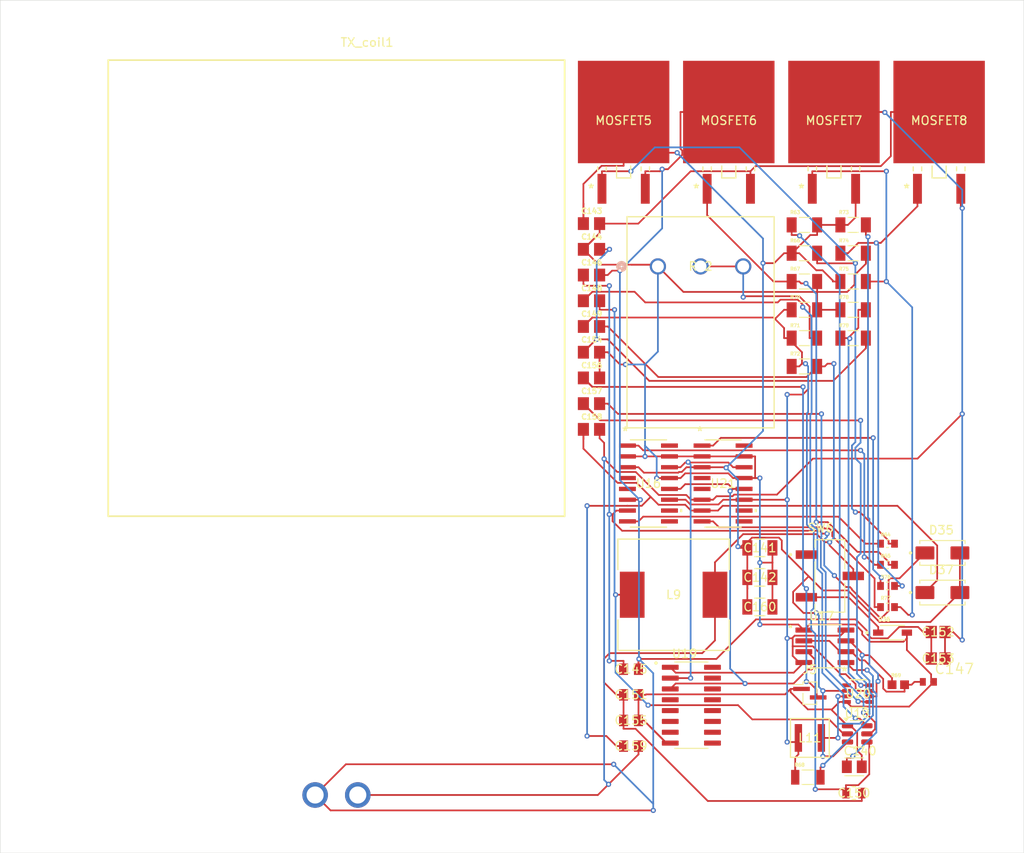
<source format=kicad_pcb>
(kicad_pcb (version 20241229) (generator "pcbnew") (generator_version "9.0")
  (layers (0 "F.Cu" signal) (2 "B.Cu" signal) (13 "F.Paste" user) (15 "B.Paste" user) (5 "F.SilkS" user "F.Silkscreen") (7 "B.SilkS" user "B.Silkscreen") (1 "F.Mask" user) (3 "B.Mask" user) (25 "Edge.Cuts" user))
  (net 0 "")
  (net 1 "Net-(U17-CONT)")
  (net 2 "GND")
  (net 3 "+12V")
  (net 4 "/Vcc")
  (net 5 "Net-(MOSFET5-S)")
  (net 6 "Net-(D35-K)")
  (net 7 "Net-(U17-THRES)")
  (net 8 "Net-(U18-BOOT)")
  (net 9 "Net-(U18-SW)")
  (net 10 "Net-(U18-FB)")
  (net 11 "Net-(SW6A-B)")
  (net 12 "Net-(MOSFET7-D)")
  (net 13 "Net-(D36-K)")
  (net 14 "Net-(U20-BST)")
  (net 15 "Net-(U20-SW)")
  (net 16 "Net-(D37-K)")
  (net 17 "Net-(MOSFET5-G)")
  (net 18 "Net-(MOSFET6-G)")
  (net 19 "Net-(MOSFET7-G)")
  (net 20 "Net-(MOSFET8-G)")
  (net 21 "Net-(U18-EN)")
  (net 22 "Net-(U16-HO)")
  (net 23 "Net-(U16-LO)")
  (net 24 "Net-(U17-DISCH)")
  (net 25 "Net-(R71-Pad2)")
  (net 26 "Net-(U20-EN)")
  (net 27 "Net-(U21-LO)")
  (net 28 "Net-(U21-HO)")
  (net 29 "Net-(U20-FB)")
  (net 31 "/Signal2")
  (net 37 "/Signal1")
  (footprint "CR1206_FX_1003ELF:RESC3216X75N" (layer "F.Cu") (at 174.2724 76.3148)
    (property "Reference" "R70")
    (property "Value" "120k")
  )
  (footprint "MP2315SGJ_P:TSOT23-8_MP2315S_MNP" (layer "F.Cu") (at 180.5708 121.3336)
    (property "Reference" "U20")
    (property "Value" "MP2315SGJ-P")
  )
  (footprint "IRFZ44NSTRLPBF:D2PAK_INF" (layer "F.Cu") (at 190.0658 54.1154)
    (property "Reference" "MOSFET8")
    (property "Value" "IRFZ44NSTRLPBF")
  )
  (footprint "CC0805KRX7R9BB104:CAPC2012X70" (layer "F.Cu") (at 149.3148 69.22)
    (property "Reference" "C144")
    (property "Value" "100nF")
  )
  (footprint "CR1206_FX_1002ELF:RESC3216X75N" (layer "F.Cu") (at 174.2724 69.6748)
    (property "Reference" "R66")
    (property "Value" "10k")
  )
  (footprint "CL21A226MAYNNNE:CAP_CL_21_SAM" (layer "F.Cu") (at 153.9463 124.4813)
    (property "Reference" "C155")
    (property "Value" "22uF,25V")
  )
  (footprint "760308141:WE-WPCC_TX_760308141" (layer "F.Cu") (at 119.4164 133.2248)
    (property "Reference" "TX_coil1")
    (property "Value" "10u")
  )
  (footprint "CL31A106MBHNNNE:CAP_CL31A_SAM" (layer "F.Cu") (at 169.054 107.7005)
    (property "Reference" "C142")
    (property "Value" "10uF,50V")
  )
  (footprint "CR1206_FX_1003ELF:RESC3216X75N" (layer "F.Cu") (at 179.9844 79.6348)
    (property "Reference" "R79")
    (property "Value" "100k")
  )
  (footprint "CL31A106MBHNNNE:CAP_CL31A_SAM" (layer "F.Cu") (at 169.054 111.1643)
    (property "Reference" "C160")
    (property "Value" "10uF")
  )
  (footprint "CC0805KRX7R9BB104:CAPC2012X70" (layer "F.Cu") (at 149.3148 81.2872)
    (property "Reference" "C154")
    (property "Value" "100nF")
  )
  (footprint "Connector_PinSocket_1.00mm:PinSocket_1x02_P1.00mm_Vertical_SMD_Pin1Left" (layer "F.Cu") (at 174.9114 121.2798)
    (property "Reference" "J5")
    (property "Value" "Conn_01x02_Pin")
  )
  (footprint "XGL4020_472MEC:IND_XGL4020_COC" (layer "F.Cu") (at 174.9129 126.5313)
    (property "Reference" "L11")
    (property "Value" "4.7uH")
  )
  (footprint "C0805C154K1RECTU:CAPC220145_140N_KEM" (layer "F.Cu") (at 189.9522 114.11)
    (property "Reference" "C152")
    (property "Value" "150nF")
  )
  (footprint "CC0805KRX7R9BB104:CAPC2012X70" (layer "F.Cu") (at 149.3148 72.2368)
    (property "Reference" "C146")
    (property "Value" "100nF")
  )
  (footprint "RC0603FR_0715RL:RESC1608X55N" (layer "F.Cu") (at 184.0164 111.1848)
    (property "Reference" "R77")
    (property "Value" "15")
  )
  (footprint "CC0805KRX7R9BB104:CAPC2012X70" (layer "F.Cu") (at 149.3148 78.2704)
    (property "Reference" "C149")
    (property "Value" "47pF")
  )
  (footprint "CC0805KRX7R9BB104:CAPC2012X70" (layer "F.Cu") (at 149.3148 87.3208)
    (property "Reference" "C157")
    (property "Value" "100nF")
  )
  (footprint "IR2110STRPBF:SOIC16_INF" (layer "F.Cu") (at 164.738 96.6861)
    (property "Reference" "U21")
    (property "Value" "IR2110STRPBF")
  )
  (footprint "Package_TO_SOT_SMD:SOT-23-6" (layer "F.Cu") (at 180.4614 126.0548)
    (property "Reference" "U18")
    (property "Value" "TPS54202DDC")
  )
  (footprint "C0805C103K5RACTU:CAPC2012X88N" (layer "F.Cu") (at 180.1214 129.9138)
    (property "Reference" "C140")
    (property "Value" "10nF")
  )
  (footprint "CL31A106MBHNNNE:CAP_CL31A_SAM" (layer "F.Cu") (at 169.054 104.2367)
    (property "Reference" "C141")
    (property "Value" "10uF")
  )
  (footprint "CR1206_FX_1003ELF:RESC3216X75N" (layer "F.Cu") (at 174.2724 66.3548)
    (property "Reference" "R63")
    (property "Value" "100k")
  )
  (footprint "IRFZ44NSTRLPBF:D2PAK_INF" (layer "F.Cu") (at 165.409 54.1154)
    (property "Reference" "MOSFET6")
    (property "Value" "IRFZ44NSTRLPBF")
  )
  (footprint "CR1206_FX_1002ELF:RESC3216X75N" (layer "F.Cu") (at 179.9844 66.3548)
    (property "Reference" "R73")
    (property "Value" "10k")
  )
  (footprint "CR1206_FX_1002ELF:RESC3216X75N" (layer "F.Cu") (at 179.9844 72.9948)
    (property "Reference" "R75")
    (property "Value" "10k")
  )
  (footprint "P160KN_0QC15B100K:POT_P160KN_TTE" (layer "F.Cu") (at 157.0997 71.225)
    (property "Reference" "RV2")
    (property "Value" "100k")
  )
  (footprint "CR1206_FX_1003ELF:RESC3216X75N" (layer "F.Cu") (at 174.2724 79.6348)
    (property "Reference" "R71")
    (property "Value" "12k")
  )
  (footprint "RC0603FR_0715RL:RESC1608X55N" (layer "F.Cu") (at 184.0164 106.2248)
    (property "Reference" "R65")
    (property "Value" "15")
  )
  (footprint "CD4049UBDR:SOIC127P600X175-16N" (layer "F.Cu") (at 161.0214 122.6898)
    (property "Reference" "U19")
    (property "Value" "CD4049UBDR")
  )
  (footprint "CL21A226MAYNNNE:CAP_CL_21_SAM" (layer "F.Cu") (at 153.9463 127.4879)
    (property "Reference" "C159")
    (property "Value" "22u")
  )
  (footprint "1N5819HW_7_F:SOD3715X145N" (layer "F.Cu") (at 184.6064 114.1798)
    (property "Reference" "D36")
    (property "Value" "1N5819")
  )
  (footprint "CR1206_FX_1002ELF:RESC3216X75N" (layer "F.Cu") (at 179.9844 69.6748)
    (property "Reference" "R74")
    (property "Value" "10k")
  )
  (footprint "CC0805KRX7R9BB104:CAPC2012X70" (layer "F.Cu") (at 149.3148 75.2536)
    (property "Reference" "C148")
    (property "Value" "100nF")
  )
  (footprint "RC1206FR_071KL:RESC3116X65N" (layer "F.Cu") (at 174.6764 131.1448)
    (property "Reference" "R68")
    (property "Value" "1k")
  )
  (footprint "CC0805KRX7R9BB104:CAPC2012X70" (layer "F.Cu") (at 149.3148 90.3376)
    (property "Reference" "C158")
    (property "Value" "100nF")
  )
  (footprint "CC0805KRX7R9BB104:CAPC2012X70" (layer "F.Cu") (at 149.3148 84.304)
    (property "Reference" "C156")
    (property "Value" "100nF")
  )
  (footprint "CC0805KRX7R9BB104:CAPC2012X70" (layer "F.Cu") (at 149.3148 66.2032)
    (property "Reference" "C143")
    (property "Value" "100nF")
  )
  (footprint "RC0603FR_0715RL:RESC1608X55N" (layer "F.Cu") (at 184.0164 103.7448)
    (property "Reference" "R64")
    (property "Value" "15")
  )
  (footprint "CL21C100CBANNNC:CAP_CL21_SAM" (layer "F.Cu") (at 180.0722 133)
    (property "Reference" "C150")
    (property "Value" "10pF")
  )
  (footprint "IR2110STRPBF:SOIC16_INF" (layer "F.Cu") (at 155.991 96.6861)
    (property "Reference" "U16")
    (property "Value" "IR2110STRPBF")
  )
  (footprint "CR1206_FX_1002ELF:RESC3216X75N" (layer "F.Cu") (at 174.2724 72.9948)
    (property "Reference" "R67")
    (property "Value" "10k")
  )
  (footprint "M7:DIOM505270X240" (layer "F.Cu") (at 190.4524 109.4798)
    (property "Reference" "D37")
    (property "Value" "D")
  )
  (footprint "RC0603FR_074K7L:RESC1607X60N" (layer "F.Cu") (at 185.2794 120.2908)
    (property "Reference" "R69")
    (property "Value" "4.7k")
  )
  (footprint "CR1206_FX_1003ELF:RESC3216X75N" (layer "F.Cu") (at 174.2724 82.9548)
    (property "Reference" "R72")
    (property "Value" "100k")
  )
  (footprint "IRFZ44NSTRLPBF:D2PAK_INF" (layer "F.Cu") (at 153.0806 54.1154)
    (property "Reference" "MOSFET5")
    (property "Value" "IRFZ44NSTRLPBF")
  )
  (footprint "CL21A226MAYNNNE:CAP_CL_21_SAM" (layer "F.Cu") (at 153.9463 121.4747)
    (property "Reference" "C151")
    (property "Value" "22uF,25V")
  )
  (footprint "CL21A226MAYNNNE:CAP_CL_21_SAM" (layer "F.Cu") (at 153.9463 118.4681)
    (property "Reference" "C145")
    (property "Value" "22uF")
  )
  (footprint "RC0603FR_0715RL:RESC1608X55N" (layer "F.Cu") (at 184.0164 108.7048)
    (property "Reference" "R76")
    (property "Value" "15")
  )
  (footprint "JS102011SCQN:SW_JS102011SCQN" (layer "F.Cu") (at 177.2554 107.5298)
    (property "Reference" "SW6")
    (property "Value" "SW_DPDT_x2")
  )
  (footprint "C0805C123KCRACAUTO:CAPC220145_140N_KEM" (layer "F.Cu") (at 189.9522 117.2204)
    (property "Reference" "C153")
    (property "Value" "12nF")
  )
  (footprint "CR1206_FX_2002ELF:RESC3216X75N" (layer "F.Cu") (at 179.9844 76.3148)
    (property "Reference" "R78")
    (property "Value" "20k")
  )
  (footprint "TLC555CDR:SOIC127P599X175-8N" (layer "F.Cu") (at 176.6764 115.7823)
    (property "Reference" "U17")
    (property "Value" "TLC555CDR")
  )
  (footprint "IRFZ44NSTRLPBF:D2PAK_INF" (layer "F.Cu") (at 177.7374 54.1154)
    (property "Reference" "MOSFET7")
    (property "Value" "IRFZ44NSTRLPBF")
  )
  (footprint "CC0402JPNPO9BN101:INDC0402X01" (layer "F.Cu") (at 188.8064 119.9548)
    (property "Reference" "C147")
    (property "Value" "100pF")
  )
  (footprint "SRR1280_330M:IND_BOURNS_SRR1280" (layer "F.Cu") (at 158.9374 109.7358)
    (property "Reference" "L9")
    (property "Value" "33u")
  )
  (footprint "M7:DIOM505270X240" (layer "F.Cu") (at 190.4524 104.8298)
    (property "Reference" "D35")
    (property "Value" "D")
  )
  (gr_line (start 200 40) (end 80 40) (stroke (width 0.05)) (layer "Edge.Cuts"))
  (gr_line (start 80 40) (end 80 140) (stroke (width 0.05)) (layer "Edge.Cuts"))
  (gr_line (start 200 140) (end 200 40) (stroke (width 0.05)) (layer "Edge.Cuts"))
  (gr_line (start 80 140) (end 200 140) (stroke (width 0.05)) (layer "Edge.Cuts"))
  (segment (start 179.246 129.3955) (end 179.246 128.877) (width 0.2) (layer "F.Cu") (net 1))
  (segment (start 179.246 129.3955) (end 179.2464 129.3959) (width 0.2) (layer "F.Cu") (net 1))
  (segment (start 179.2464 129.3959) (end 179.2464 129.9138) (width 0.2) (layer "F.Cu") (net 1))
  (segment (start 179.1464 117.6874) (end 179.1464 117.6873) (width 0.2) (layer "F.Cu") (net 1))
  (segment (start 179.246 128.877) (end 179.725 128.877) (width 0.2) (layer "F.Cu") (net 1))
  (segment (start 179.1464 117.6874) (end 180.029 118.57) (width 0.2) (layer "F.Cu") (net 1))
  (segment (start 179.146 117.687) (end 179.1464 117.6874) (width 0.2) (layer "F.Cu") (net 1))
  (segment (start 179.246 129.914) (end 179.246 129.3955) (width 0.2) (layer "F.Cu") (net 1))
  (segment (start 179.725 128.877) (end 179.94 128.661) (width 0.2) (layer "F.Cu") (net 1))
  (segment (start 180.029 118.57) (end 181.62 118.57) (width 0.2) (layer "F.Cu") (net 1))
  (via (at 179.94 128.661) (size 0.6) (drill 0.3) (layers "F.Cu" "B.Cu") (net 1))
  (via (at 181.62 118.57) (size 0.6) (drill 0.3) (layers "F.Cu" "B.Cu") (net 1))
  (segment (start 182.306 120.948) (end 182.306 119.256) (width 0.2) (layer "B.Cu") (net 1))
  (segment (start 182.708 125.894) (end 182.708 121.35) (width 0.2) (layer "B.Cu") (net 1))
  (segment (start 182.708 121.35) (end 182.306 120.948) (width 0.2) (layer "B.Cu") (net 1))
  (segment (start 182.306 119.256) (end 181.62 118.57) (width 0.2) (layer "B.Cu") (net 1))
  (segment (start 179.94 128.661) (end 182.708 125.894) (width 0.2) (layer "B.Cu") (net 1))
  (segment (start 186.286 116.222) (end 186.286 114.846) (width 0.2) (layer "F.Cu") (net 2))
  (segment (start 180.152 73.3532) (end 179.289 74.216) (width 0.2) (layer "F.Cu") (net 2))
  (segment (start 150.265 66.7616) (end 150.265 66.2032) (width 0.2) (layer "F.Cu") (net 2))
  (segment (start 155.658 124.481) (end 154.823 124.481) (width 0.2) (layer "F.Cu") (net 2))
  (segment (start 158.1026 127.1348) (end 156.1468 125.179) (width 0.2) (layer "F.Cu") (net 2))
  (segment (start 172.02 121.42) (end 172.66 120.78) (width 0.2) (layer "F.Cu") (net 2))
  (segment (start 150.265 67.32) (end 150.265 66.7616) (width 0.2) (layer "F.Cu") (net 2))
  (segment (start 184.405 53.1121) (end 190.0658 53.1121) (width 0.2) (layer "F.Cu") (net 2))
  (segment (start 160.305 95.4954) (end 165.354 95.4954) (width 0.2) (layer "F.Cu") (net 2))
  (segment (start 170.527 105.969) (end 170.527 107.7005) (width 0.2) (layer "F.Cu") (net 2))
  (segment (start 180.22 113.221) (end 174.863 113.221) (width 0.2) (layer "F.Cu") (net 2))
  (segment (start 189.456 119.955) (end 189.127 119.955) (width 0.2) (layer "F.Cu") (net 2))
  (segment (start 178.49 76.3148) (end 175.7664 76.3148) (width 0.2) (layer "F.Cu") (net 2))
  (segment (start 173.936 120.78) (end 172.66 120.78) (width 0.2) (layer "F.Cu") (net 2))
  (segment (start 173.9362 120.7798) (end 173.936 120.78) (width 0.2) (layer "F.Cu") (net 2))
  (segment (start 149.569 68.0158) (end 149.5692 68.0158) (width 0.2) (layer "F.Cu") (net 2))
  (segment (start 154.823 124.481) (end 154.823 121.475) (width 0.2) (layer "F.Cu") (net 2))
  (segment (start 155.59 93.5111) (end 158.4548 93.5111) (width 0.2) (layer "F.Cu") (net 2))
  (segment (start 174.2063 113.8773) (end 174.206 113.877) (width 0.2) (layer "F.Cu") (net 2))
  (segment (start 189.4562 119.9548) (end 189.456 119.955) (width 0.2) (layer "F.Cu") (net 2))
  (segment (start 158.546 127.135) (end 158.102 127.135) (width 0.2) (layer "F.Cu") (net 2))
  (segment (start 170.527 111.1641) (end 170.527 111.164) (width 0.2) (layer "F.Cu") (net 2))
  (segment (start 150.2648 84.304) (end 150.265 84.304) (width 0.2) (layer "F.Cu") (net 2))
  (segment (start 177.508 123.289) (end 178.416 124.197) (width 0.2) (layer "F.Cu") (net 2))
  (segment (start 153.527 93.5111) (end 153.5272 93.5111) (width 0.2) (layer "F.Cu") (net 2))
  (segment (start 153.9904 71.0188) (end 150.164 71.0188) (width 0.2) (layer "F.Cu") (net 2))
  (segment (start 167.949 60.0623) (end 168.549 59.4619) (width 0.2) (layer "F.Cu") (net 2))
  (segment (start 168.494 96.0511) (end 169.054 96.0511) (width 0.2) (layer "F.Cu") (net 2))
  (segment (start 178.416 124.197) (end 179.324 125.105) (width 0.2) (layer "F.Cu") (net 2))
  (segment (start 186.2864 114.1798) (end 186.2862 114.1798) (width 0.2) (layer "F.Cu") (net 2))
  (segment (start 150.2648 66.7614) (end 150.2648 66.2032) (width 0.2) (layer "F.Cu") (net 2))
  (segment (start 167.2018 93.5111) (end 168.494 93.5111) (width 0.2) (layer "F.Cu") (net 2))
  (segment (start 148.365 69.22) (end 149.5692 68.0158) (width 0.2) (layer "F.Cu") (net 2))
  (segment (start 149.5692 68.0158) (end 150.265 67.32) (width 0.2) (layer "F.Cu") (net 2))
  (segment (start 179.324 125.105) (end 179.686 125.105) (width 0.2) (layer "F.Cu") (net 2))
  (segment (start 180.461 125.88) (end 180.461 128.016) (width 0.2) (layer "F.Cu") (net 2))
  (segment (start 178.384 122.309) (end 177.508 123.185) (width 0.2) (layer "F.Cu") (net 2))
  (segment (start 154.8226 124.4813) (end 154.8227 124.4813) (width 0.2) (layer "F.Cu") (net 2))
  (segment (start 173.9364 120.7798) (end 173.9362 120.7798) (width 0.2) (layer "F.Cu") (net 2))
  (segment (start 184.405 58.2898) (end 184.405 53.1121) (width 0.2) (layer "F.Cu") (net 2))
  (segment (start 150.2648 82.7954) (end 150.2648 81.2872) (width 0.2) (layer "F.Cu") (net 2))
  (segment (start 167.949 60.0621) (end 167.949 60.0623) (width 0.2) (layer "F.Cu") (net 2))
  (segment (start 155.713 121.42) (end 172.02 121.42) (width 0.2) (layer "F.Cu") (net 2))
  (segment (start 154.802 66.2032) (end 160.943 60.0621) (width 0.2) (layer "F.Cu") (net 2))
  (segment (start 170.5272 107.7005) (end 170.527 107.7005) (width 0.2) (layer "F.Cu") (net 2))
  (segment (start 151.216 81.2872) (end 152.654 82.7243) (width 0.2) (layer "F.Cu") (net 2))
  (segment (start 179.762 122.852) (end 179.49 122.5805) (width 0.2) (layer "F.Cu") (net 2))
  (segment (start 165.354 95.4954) (end 165.91 96.0511) (width 0.2) (layer "F.Cu") (net 2))
  (segment (start 156.894 71.0188) (end 153.9904 71.0188) (width 0.2) (layer "F.Cu") (net 2))
  (segment (start 178.416 124.197) (end 178.4161 124.197) (width 0.2) (layer "F.Cu") (net 2))
  (segment (start 175.766 76.3148) (end 175.766 74.216) (width 0.2) (layer "F.Cu") (net 2))
  (segment (start 170.527 107.7005) (end 170.527 111.164) (width 0.2) (layer "F.Cu") (net 2))
  (segment (start 172.66 121.164) (end 174.681 123.185) (width 0.2) (layer "F.Cu") (net 2))
  (segment (start 190.066 53.1121) (end 190.0658 53.1121) (width 0.2) (layer "F.Cu") (net 2))
  (segment (start 179.49 122.5805) (end 179.2183 122.3088) (width 0.2) (layer "F.Cu") (net 2))
  (segment (start 165.91 96.0511) (end 167.2018 96.0511) (width 0.2) (layer "F.Cu") (net 2))
  (segment (start 160.091 74.216) (end 157.1 71.225) (width 0.2) (layer "F.Cu") (net 2))
  (segment (start 150.265 84.304) (end 150.265 82.7956) (width 0.2) (layer "F.Cu") (net 2))
  (segment (start 175.766 72.9948) (end 175.766 74.216) (width 0.2) (layer "F.Cu") (net 2))
  (segment (start 170.5272 111.1643) (end 170.527 111.1641) (width 0.2) (layer "F.Cu") (net 2))
  (segment (start 150.265 66.7616) (end 150.2648 66.7614) (width 0.2) (layer "F.Cu") (net 2))
  (segment (start 159.749 96.0511) (end 160.305 95.4954) (width 0.2) (layer "F.Cu") (net 2))
  (segment (start 160.943 60.0621) (end 167.949 60.0621) (width 0.2) (layer "F.Cu") (net 2))
  (segment (start 170.527 104.2369) (end 170.527 104.237) (width 0.2) (layer "F.Cu") (net 2))
  (segment (start 181.478 69.6748) (end 181.478 70.7617) (width 0.2) (layer "F.Cu") (net 2))
  (segment (start 180.152 72.2419) (end 180.152 73.3532) (width 0.2) (layer "F.Cu") (net 2))
  (segment (start 175.7664 76.3148) (end 175.766 76.3148) (width 0.2) (layer "F.Cu") (net 2))
  (segment (start 181.4784 70.7613) (end 181.478 70.7617) (width 0.2) (layer "F.Cu") (net 2))
  (segment (start 155.658 124.69) (end 155.658 124.481) (width 0.2) (layer "F.Cu") (net 2))
  (segment (start 156.1468 125.179) (end 155.658 124.69) (width 0.2) (layer "F.Cu") (net 2))
  (segment (start 179.289 74.216) (end 175.766 74.216) (width 0.2) (layer "F.Cu") (net 2))
  (segment (start 155.658 121.475) (end 155.713 121.42) (width 0.2) (layer "F.Cu") (net 2))
  (segment (start 162.2742 93.5111) (end 167.2018 93.5111) (width 0.2) (layer "F.Cu") (net 2))
  (segment (start 152.654 82.7243) (end 153.304 82.7243) (width 0.2) (layer "F.Cu") (net 2))
  (segment (start 158.455 96.0511) (end 159.749 96.0511) (width 0.2) (layer "F.Cu") (net 2))
  (segment (start 158.5464 127.1348) (end 158.1026 127.1348) (width 0.2) (layer "F.Cu") (net 2))
  (segment (start 180.996 128.551) (end 180.996 129.9138) (width 0.2) (layer "F.Cu") (net 2))
  (segment (start 156.8935 71.0188) (end 153.9904 71.0188) (width 0.2) (layer "F.Cu") (net 2))
  (segment (start 173.558 113.229) (end 169.054 113.229) (width 0.2) (layer "F.Cu") (net 2))
  (segment (start 150.265 66.2032) (end 154.802 66.2032) (width 0.2) (layer "F.Cu") (net 2))
  (segment (start 168.494 93.5111) (end 168.494 96.0511) (width 0.2) (layer "F.Cu") (net 2))
  (segment (start 189.127 119.063) (end 186.286 116.222) (width 0.2) (layer "F.Cu") (net 2))
  (segment (start 177.508 123.185) (end 177.508 123.289) (width 0.2) (layer "F.Cu") (net 2))
  (segment (start 181.478 70.7617) (end 181.478 70.9153) (width 0.2) (layer "F.Cu") (net 2))
  (segment (start 167.2018 96.0511) (end 168.494 96.0511) (width 0.2) (layer "F.Cu") (net 2))
  (segment (start 189.127 120.284) (end 186.559 122.852) (width 0.2) (layer "F.Cu") (net 2))
  (segment (start 189.127 119.955) (end 189.127 120.284) (width 0.2) (layer "F.Cu") (net 2))
  (segment (start 148.3648 69.22) (end 149.569 68.0158) (width 0.2) (layer "F.Cu") (net 2))
  (segment (start 183.233 59.4619) (end 184.405 58.2898) (width 0.2) (layer "F.Cu") (net 2))
  (segment (start 157.1 71.225) (end 156.894 71.0188) (width 0.2) (layer "F.Cu") (net 2))
  (segment (start 179.49 122.5805) (end 179.218 122.309) (width 0.2) (layer "F.Cu") (net 2))
  (segment (start 181.892 115.248) (end 181.05 114.405) (width 0.2) (layer "F.Cu") (net 2))
  (segment (start 174.681 123.185) (end 177.508 123.185) (width 0.2) (layer "F.Cu") (net 2))
  (segment (start 167.949 62.1164) (end 167.949 60.0623) (width 0.2) (layer "F.Cu") (net 2))
  (segment (start 174.2064 113.8773) (end 174.2063 113.8773) (width 0.2) (layer "F.Cu") (net 2))
  (segment (start 181.4784 69.6748) (end 181.4784 70.7613) (width 0.2) (layer "F.Cu") (net 2))
  (segment (start 170.527 105.969) (end 169.054 105.969) (width 0.2) (layer "F.Cu") (net 2))
  (segment (start 189.4564 119.9548) (end 189.4562 119.9548) (width 0.2) (layer "F.Cu") (net 2))
  (segment (start 175.7664 72.9948) (end 175.766 72.9948) (width 0.2) (layer "F.Cu") (net 2))
  (segment (start 158.102 127.135) (end 156.1468 125.179) (width 0.2) (layer "F.Cu") (net 2))
  (segment (start 170.5272 104.2367) (end 170.527 104.2369) (width 0.2) (layer "F.Cu") (net 2))
  (segment (start 154.8227 121.4747) (end 154.823 121.475) (width 0.2) (layer "F.Cu") (net 2))
  (segment (start 186.2862 114.1798) (end 186.286 114.18) (width 0.2) (layer "F.Cu") (net 2))
  (segment (start 178.4904 76.3148) (end 178.49 76.3148) (width 0.2) (layer "F.Cu") (net 2))
  (segment (start 168.549 59.4619) (end 183.233 59.4619) (width 0.2) (layer "F.Cu") (net 2))
  (segment (start 186.286 114.846) (end 185.885 115.248) (width 0.2) (layer "F.Cu") (net 2))
  (segment (start 157.0997 71.225) (end 156.8935 71.0188) (width 0.2) (layer "F.Cu") (net 2))
  (segment (start 186.559 122.852) (end 179.762 122.852) (width 0.2) (layer "F.Cu") (net 2))
  (segment (start 186.286 114.18) (end 186.286 114.846) (width 0.2) (layer "F.Cu") (net 2))
  (segment (start 181.05 114.05) (end 180.22 113.221) (width 0.2) (layer "F.Cu") (net 2))
  (segment (start 185.885 115.248) (end 181.892 115.248) (width 0.2) (layer "F.Cu") (net 2))
  (segment (start 154.8227 124.4813) (end 154.823 124.481) (width 0.2) (layer "F.Cu") (net 2))
  (segment (start 150.164 71.0188) (end 148.365 69.22) (width 0.2) (layer "F.Cu") (net 2))
  (segment (start 178.4161 124.197) (end 179.3239 125.1048) (width 0.2) (layer "F.Cu") (net 2))
  (segment (start 174.863 113.221) (end 174.206 113.877) (width 0.2) (layer "F.Cu") (net 2))
  (segment (start 189.127 119.955) (end 189.127 119.063) (width 0.2) (layer "F.Cu") (net 2))
  (segment (start 180.461 128.016) (end 180.996 128.551) (width 0.2) (layer "F.Cu") (net 2))
  (segment (start 154.8226 121.4747) (end 154.8227 121.4747) (width 0.2) (layer "F.Cu") (net 2))
  (segment (start 175.766 74.216) (end 160.091 74.216) (width 0.2) (layer "F.Cu") (net 2))
  (segment (start 181.05 114.405) (end 181.05 114.05) (width 0.2) (layer "F.Cu") (net 2))
  (segment (start 158.4548 93.5111) (end 162.2742 93.5111) (width 0.2) (layer "F.Cu") (net 2))
  (segment (start 179.686 125.105) (end 180.461 125.88) (width 0.2) (layer "F.Cu") (net 2))
  (segment (start 180.9964 129.9138) (end 180.996 129.9138) (width 0.2) (layer "F.Cu") (net 2))
  (segment (start 150.265 82.7956) (end 150.265 81.2872) (width 0.2) (layer "F.Cu") (net 2))
  (segment (start 174.206 113.877) (end 173.558 113.229) (width 0.2) (layer "F.Cu") (net 2))
  (segment (start 150.265 82.7956) (end 150.2648 82.7954) (width 0.2) (layer "F.Cu") (net 2))
  (segment (start 158.4548 96.0511) (end 156.9557 96.0511) (width 0.2) (layer "F.Cu") (net 2))
  (segment (start 179.218 122.309) (end 178.384 122.309) (width 0.2) (layer "F.Cu") (net 2))
  (segment (start 172.66 120.78) (end 172.66 121.164) (width 0.2) (layer "F.Cu") (net 2))
  (segment (start 181.478 70.9153) (end 180.152 72.2419) (width 0.2) (layer "F.Cu") (net 2))
  (segment (start 170.527 104.237) (end 170.527 105.969) (width 0.2) (layer "F.Cu") (net 2))
  (segment (start 150.265 81.2872) (end 151.216 81.2872) (width 0.2) (layer "F.Cu") (net 2))
  (segment (start 153.5272 93.5111) (end 155.59 93.5111) (width 0.2) (layer "F.Cu") (net 2))
  (segment (start 180.996 129.9138) (end 180.996 129.914) (width 0.2) (layer "F.Cu") (net 2))
  (segment (start 179.2183 122.3088) (end 179.2183 122.3086) (width 0.2) (layer "F.Cu") (net 2))
  (segment (start 154.823 121.475) (end 155.658 121.475) (width 0.2) (layer "F.Cu") (net 2))
  (via (at 155.59 93.5111) (size 0.6) (drill 0.3) (layers "F.Cu" "B.Cu") (net 2))
  (via (at 169.054 105.969) (size 0.6) (drill 0.3) (layers "F.Cu" "B.Cu") (net 2))
  (via (at 156.9557 96.0511) (size 0.6) (drill 0.3) (layers "F.Cu" "B.Cu") (net 2))
  (via (at 169.054 113.229) (size 0.6) (drill 0.3) (layers "F.Cu" "B.Cu") (net 2))
  (via (at 169.054 96.0511) (size 0.6) (drill 0.3) (layers "F.Cu" "B.Cu") (net 2))
  (via (at 153.304 82.7243) (size 0.6) (drill 0.3) (layers "F.Cu" "B.Cu") (net 2))
  (segment (start 155.59 92.2615) (end 156.9557 93.6272) (width 0.2) (layer "B.Cu") (net 2))
  (segment (start 156.9557 93.6272) (end 156.9557 96.0511) (width 0.2) (layer "B.Cu") (net 2))
  (segment (start 155.59 82.7243) (end 155.59 92.2615) (width 0.2) (layer "B.Cu") (net 2))
  (segment (start 157.1 71.225) (end 157.1 81.2145) (width 0.2) (layer "B.Cu") (net 2))
  (segment (start 157.0997 71.225) (end 157.1 71.225) (width 0.2) (layer "B.Cu") (net 2))
  (segment (start 169.054 96.0511) (end 169.054 105.969) (width 0.2) (layer "B.Cu") (net 2))
  (segment (start 155.59 92.2615) (end 155.59 93.5111) (width 0.2) (layer "B.Cu") (net 2))
  (segment (start 169.054 105.969) (end 169.054 113.229) (width 0.2) (layer "B.Cu") (net 2))
  (segment (start 157.1 81.2145) (end 155.59 82.7243) (width 0.2) (layer "B.Cu") (net 2))
  (segment (start 155.59 82.7243) (end 153.304 82.7243) (width 0.2) (layer "B.Cu") (net 2))
  (segment (start 170.723 70.8431) (end 169.419 70.8431) (width 0.2) (layer "F.Cu") (net 3))
  (segment (start 173.665 69.6748) (end 172.829 69.6748) (width 0.2) (layer "F.Cu") (net 3))
  (segment (start 166.483 104.086) (end 166.544 104.086) (width 0.2) (layer "F.Cu") (net 3))
  (segment (start 179.218 121.0089) (end 179.218 121.009) (width 0.2) (layer "F.Cu") (net 3))
  (segment (start 192.5024 104.8298) (end 192.5022 104.8298) (width 0.2) (layer "F.Cu") (net 3))
  (segment (start 175.7664 66.3548) (end 178.4904 66.3548) (width 0.2) (layer "F.Cu") (net 3))
  (segment (start 167.5808 104.2367) (end 167.5808 104.237) (width 0.2) (layer "F.Cu") (net 3))
  (segment (start 177.604 72.9948) (end 177.604 72.884) (width 0.2) (layer "F.Cu") (net 3))
  (segment (start 153.081 54.6893) (end 153.0806 54.6889) (width 0.2) (layer "F.Cu") (net 3))
  (segment (start 153.0806 54.6889) (end 153.0806 53.1121) (width 0.2) (layer "F.Cu") (net 3))
  (segment (start 153.081 56.2665) (end 154.702 57.8879) (width 0.2) (layer "F.Cu") (net 3))
  (segment (start 167.5808 111.1643) (end 167.581 111.1641) (width 0.2) (layer "F.Cu") (net 3))
  (segment (start 177.639 128.689) (end 176.44 128.689) (width 0.2) (layer "F.Cu") (net 3))
  (segment (start 174.174 111.875) (end 175.667 111.875) (width 0.2) (layer "F.Cu") (net 3))
  (segment (start 172.953 109.392) (end 172.953 110.654) (width 0.2) (layer "F.Cu") (net 3))
  (segment (start 192.5024 109.4798) (end 192.5022 109.4798) (width 0.2) (layer "F.Cu") (net 3))
  (segment (start 178.49 72.9948) (end 177.604 72.9948) (width 0.2) (layer "F.Cu") (net 3))
  (segment (start 167.742 103.434) (end 167.498 103.434) (width 0.2) (layer "F.Cu") (net 3))
  (segment (start 174.774 107.572) (end 171.621 104.419) (width 0.2) (layer "F.Cu") (net 3))
  (segment (start 175.766 66.3548) (end 175.7664 66.3548) (width 0.2) (layer "F.Cu") (net 3))
  (segment (start 153.081 59.4209) (end 150.502 59.4209) (width 0.2) (layer "F.Cu") (net 3))
  (segment (start 171.274 103.033) (end 168.142 103.033) (width 0.2) (layer "F.Cu") (net 3))
  (segment (start 180.277 65.4545) (end 180.277 63.7431) (width 0.2) (layer "F.Cu") (net 3))
  (segment (start 153.081 54.6893) (end 153.081 56.2665) (width 0.2) (layer "F.Cu") (net 3))
  (segment (start 175.766 67.5415) (end 175.766 66.3548) (width 0.2) (layer "F.Cu") (net 3))
  (segment (start 192.5022 104.8298) (end 192.502 104.83) (width 0.2) (layer "F.Cu") (net 3))
  (segment (start 177.604 72.884) (end 176.397 71.6772) (width 0.2) (layer "F.Cu") (net 3))
  (segment (start 192.502 109.48) (end 192.502 104.83) (width 0.2) (layer "F.Cu") (net 3))
  (segment (start 159.897 95.3353) (end 159.572 95.3353) (width 0.2) (layer "F.Cu") (net 3))
  (segment (start 192.5022 109.4798) (end 192.502 109.48) (width 0.2) (layer "F.Cu") (net 3))
  (segment (start 176.433 109.231) (end 179.369 109.231) (width 0.2) (layer "F.Cu") (net 3))
  (segment (start 172.829 69.6748) (end 172.7784 69.6748) (width 0.2) (layer "F.Cu") (net 3))
  (segment (start 183.077 112.939) (end 189.043 112.939) (width 0.2) (layer "F.Cu") (net 3))
  (segment (start 179.377 66.3548) (end 180.277 65.4545) (width 0.2) (layer "F.Cu") (net 3))
  (segment (start 172.953 110.654) (end 174.174 111.875) (width 0.2) (layer "F.Cu") (net 3))
  (segment (start 167.581 104.237) (end 167.5808 104.237) (width 0.2) (layer "F.Cu") (net 3))
  (segment (start 153.5272 94.7811) (end 153.527 94.7811) (width 0.2) (layer "F.Cu") (net 3))
  (segment (start 167.581 111.164) (end 167.581 109.0473) (width 0.2) (layer "F.Cu") (net 3))
  (segment (start 159.572 95.3353) (end 159.491 95.4161) (width 0.2) (layer "F.Cu") (net 3))
  (segment (start 150.502 59.4209) (end 148.365 61.5577) (width 0.2) (layer "F.Cu") (net 3))
  (segment (start 167.581 109.0473) (end 167.581 104.237) (width 0.2) (layer "F.Cu") (net 3))
  (segment (start 180.277 63.7431) (end 180.2774 63.7427) (width 0.2) (layer "F.Cu") (net 3))
  (segment (start 174.774 107.572) (end 172.953 109.392) (width 0.2) (layer "F.Cu") (net 3))
  (segment (start 167.5808 109.0471) (end 167.5808 107.7005) (width 0.2) (layer "F.Cu") (net 3))
  (segment (start 166.544 104.086) (end 166.695 104.237) (width 0.2) (layer "F.Cu") (net 3))
  (segment (start 171.621 103.38) (end 171.274 103.033) (width 0.2) (layer "F.Cu") (net 3))
  (segment (start 148.3648 63.8806) (end 148.3648 66.2032) (width 0.2) (layer "F.Cu") (net 3))
  (segment (start 175.668 71.6772) (end 173.665 69.6748) (width 0.2) (layer "F.Cu") (net 3))
  (segment (start 171.621 104.419) (end 171.621 103.38) (width 0.2) (layer "F.Cu") (net 3))
  (segment (start 178.49 72.9948) (end 178.4904 72.9948) (width 0.2) (layer "F.Cu") (net 3))
  (segment (start 179.2183 121.0086) (end 179.218 121.0089) (width 0.2) (layer "F.Cu") (net 3))
  (segment (start 179.3239 127.0048) (end 178.8185 127.5102) (width 0.2) (layer "F.Cu") (net 3))
  (segment (start 174.774 107.572) (end 176.433 109.231) (width 0.2) (layer "F.Cu") (net 3))
  (segment (start 159.491 95.4161) (end 155.454 95.4161) (width 0.2) (layer "F.Cu") (net 3))
  (segment (start 162.2742 94.7811) (end 165.038 94.7811) (width 0.2) (layer "F.Cu") (net 3))
  (segment (start 179.324 127.005) (end 178.8185 127.5102) (width 0.2) (layer "F.Cu") (net 3))
  (segment (start 167.581 111.1641) (end 167.581 111.164) (width 0.2) (layer "F.Cu") (net 3))
  (segment (start 171.892 69.6748) (end 170.723 70.8431) (width 0.2) (layer "F.Cu") (net 3))
  (segment (start 174.962 67.5415) (end 175.766 67.5415) (width 0.2) (layer "F.Cu") (net 3))
  (segment (start 168.142 103.033) (end 167.742 103.433) (width 0.2) (layer "F.Cu") (net 3))
  (segment (start 154.82 94.7811) (end 153.5272 94.7811) (width 0.2) (layer "F.Cu") (net 3))
  (segment (start 165.038 94.7811) (end 165.098 94.8414) (width 0.2) (layer "F.Cu") (net 3))
  (segment (start 148.365 63.8804) (end 148.3648 63.8806) (width 0.2) (layer "F.Cu") (net 3))
  (segment (start 172.829 69.6748) (end 174.962 67.5415) (width 0.2) (layer "F.Cu") (net 3))
  (segment (start 167.581 109.0473) (end 167.5808 109.0471) (width 0.2) (layer "F.Cu") (net 3))
  (segment (start 189.043 112.939) (end 192.502 109.48) (width 0.2) (layer "F.Cu") (net 3))
  (segment (start 162.2742 94.7811) (end 160.451 94.7811) (width 0.2) (layer "F.Cu") (net 3))
  (segment (start 153.081 56.2665) (end 153.081 59.4209) (width 0.2) (layer "F.Cu") (net 3))
  (segment (start 180.277 63.7431) (end 180.277 62.1164) (width 0.2) (layer "F.Cu") (net 3))
  (segment (start 167.5808 104.237) (end 166.695 104.237) (width 0.2) (layer "F.Cu") (net 3))
  (segment (start 148.365 61.5577) (end 148.365 63.8804) (width 0.2) (layer "F.Cu") (net 3))
  (segment (start 160.451 94.7811) (end 159.897 95.3353) (width 0.2) (layer "F.Cu") (net 3))
  (segment (start 167.742 103.433) (end 167.742 103.434) (width 0.2) (layer "F.Cu") (net 3))
  (segment (start 176.397 71.6772) (end 175.668 71.6772) (width 0.2) (layer "F.Cu") (net 3))
  (segment (start 179.369 109.231) (end 183.077 112.939) (width 0.2) (layer "F.Cu") (net 3))
  (segment (start 172.7784 69.6748) (end 171.892 69.6748) (width 0.2) (layer "F.Cu") (net 3))
  (segment (start 167.498 103.434) (end 166.695 104.237) (width 0.2) (layer "F.Cu") (net 3))
  (segment (start 179.218 121.009) (end 176.44 121.009) (width 0.2) (layer "F.Cu") (net 3))
  (segment (start 155.454 95.4161) (end 154.82 94.7811) (width 0.2) (layer "F.Cu") (net 3))
  (segment (start 154.702 57.8879) (end 159.353 57.8879) (width 0.2) (layer "F.Cu") (net 3))
  (segment (start 153.081 53.1121) (end 153.081 54.6893) (width 0.2) (layer "F.Cu") (net 3))
  (segment (start 178.4904 66.3548) (end 179.377 66.3548) (width 0.2) (layer "F.Cu") (net 3))
  (segment (start 148.365 63.8804) (end 148.365 66.2032) (width 0.2) (layer "F.Cu") (net 3))
  (segment (start 178.8185 127.5102) (end 177.639 128.689) (width 0.2) (layer "F.Cu") (net 3))
  (segment (start 180.2774 63.7427) (end 180.2774 62.1164) (width 0.2) (layer "F.Cu") (net 3))
  (via (at 176.44 128.689) (size 0.6) (drill 0.3) (layers "F.Cu" "B.Cu") (net 3))
  (via (at 169.419 70.8431) (size 0.6) (drill 0.3) (layers "F.Cu" "B.Cu") (net 3))
  (via (at 159.353 57.8879) (size 0.6) (drill 0.3) (layers "F.Cu" "B.Cu") (net 3))
  (via (at 176.44 121.009) (size 0.6) (drill 0.3) (layers "F.Cu" "B.Cu") (net 3))
  (via (at 165.098 94.8414) (size 0.6) (drill 0.3) (layers "F.Cu" "B.Cu") (net 3))
  (via (at 166.483 104.086) (size 0.6) (drill 0.3) (layers "F.Cu" "B.Cu") (net 3))
  (via (at 175.667 111.875) (size 0.6) (drill 0.3) (layers "F.Cu" "B.Cu") (net 3))
  (segment (start 176.44 121.009) (end 175.968 120.536) (width 0.2) (layer "B.Cu") (net 3))
  (segment (start 166.483 104.086) (end 166.483 96.2262) (width 0.2) (layer "B.Cu") (net 3))
  (segment (start 159.353 57.8879) (end 169.419 67.9536) (width 0.2) (layer "B.Cu") (net 3))
  (segment (start 175.968 112.176) (end 175.667 111.875) (width 0.2) (layer "B.Cu") (net 3))
  (segment (start 165.098 94.8414) (end 169.419 90.5208) (width 0.2) (layer "B.Cu") (net 3))
  (segment (start 169.419 90.5208) (end 169.419 70.8431) (width 0.2) (layer "B.Cu") (net 3))
  (segment (start 175.968 120.536) (end 175.968 112.176) (width 0.2) (layer "B.Cu") (net 3))
  (segment (start 169.419 67.9536) (end 169.419 70.8431) (width 0.2) (layer "B.Cu") (net 3))
  (segment (start 166.483 96.2262) (end 165.098 94.8414) (width 0.2) (layer "B.Cu") (net 3))
  (segment (start 176.44 121.009) (end 176.44 128.689) (width 0.2) (layer "B.Cu") (net 3))
  (segment (start 179.1464 113.8773) (end 178.6861 114.3376) (width 0.2) (layer "F.Cu") (net 4))
  (segment (start 181.9234 121.0086) (end 181.923 121.009) (width 0.2) (layer "F.Cu") (net 4))
  (segment (start 173.196 128.829) (end 173.567 128.459) (width 0.2) (layer "F.Cu") (net 4))
  (segment (start 149.873 79.7788) (end 149.919 79.7788) (width 0.2) (layer "F.Cu") (net 4))
  (segment (start 174.737 85.5989) (end 174.082 86.2539) (width 0.2) (layer "F.Cu") (net 4))
  (segment (start 164.754 98.5911) (end 167.2018 98.5911) (width 0.2) (layer "F.Cu") (net 4))
  (segment (start 173.132 114.535) (end 172.898 114.768) (width 0.2) (layer "F.Cu") (net 4))
  (segment (start 173.567 128.459) (end 173.567 127.013) (width 0.2) (layer "F.Cu") (net 4))
  (segment (start 181.478 80.6271) (end 181.478 79.6348) (width 0.2) (layer "F.Cu") (net 4))
  (segment (start 172.898 114.768) (end 172.898 114.846) (width 0.2) (layer "F.Cu") (net 4))
  (segment (start 173.196 131.145) (end 173.196 129.9796) (width 0.2) (layer "F.Cu") (net 4))
  (segment (start 178.527 119.047) (end 179.108 119.047) (width 0.2) (layer "F.Cu") (net 4))
  (segment (start 160.904 99.1468) (end 164.198 99.1468) (width 0.2) (layer "F.Cu") (net 4))
  (segment (start 181.478 80.8215) (end 181.478 80.6271) (width 0.2) (layer "F.Cu") (net 4))
  (segment (start 148.3648 81.2872) (end 149.119 80.533) (width 0.2) (layer "F.Cu") (net 4))
  (segment (start 173.1964 129.98) (end 173.196 129.9796) (width 0.2) (layer "F.Cu") (net 4))
  (segment (start 173.014 118.88) (end 174.206 117.687) (width 0.2) (layer "F.Cu") (net 4))
  (segment (start 164.198 99.1468) (end 164.754 98.5911) (width 0.2) (layer "F.Cu") (net 4))
  (segment (start 179.108 119.047) (end 180.273 120.212) (width 0.2) (layer "F.Cu") (net 4))
  (segment (start 150.2648 69.22) (end 150.265 69.22) (width 0.2) (layer "F.Cu") (net 4))
  (segment (start 150.265 69.22) (end 151.426 69.22) (width 0.2) (layer "F.Cu") (net 4))
  (segment (start 148.365 81.2872) (end 149.119 80.533) (width 0.2) (layer "F.Cu") (net 4))
  (segment (start 172.898 116.906) (end 172.898 115.782) (width 0.2) (layer "F.Cu") (net 4))
  (segment (start 179.146 113.877) (end 178.6861 114.3376) (width 0.2) (layer "F.Cu") (net 4))
  (segment (start 174.737 84.6489) (end 177.651 84.6489) (width 0.2) (layer "F.Cu") (net 4))
  (segment (start 173.567 127.013) (end 173.567 126.5313) (width 0.2) (layer "F.Cu") (net 4))
  (segment (start 159.181 118.88) (end 173.014 118.88) (width 0.2) (layer "F.Cu") (net 4))
  (segment (start 173.679 117.687) (end 172.898 116.906) (width 0.2) (layer "F.Cu") (net 4))
  (segment (start 173.1964 131.1448) (end 173.1964 129.98) (width 0.2) (layer "F.Cu") (net 4))
  (segment (start 149.119 80.533) (end 149.873 79.7788) (width 0.2) (layer "F.Cu") (net 4))
  (segment (start 158.546 118.245) (end 158.5461 118.2451) (width 0.2) (layer "F.Cu") (net 4))
  (segment (start 149.919 79.7788) (end 151.215 79.7788) (width 0.2) (layer "F.Cu") (net 4))
  (segment (start 174.2061 117.687) (end 173.7986 117.687) (width 0.2) (layer "F.Cu") (net 4))
  (segment (start 175.262 115.782) (end 178.527 119.047) (width 0.2) (layer "F.Cu") (net 4))
  (segment (start 173.5667 126.5313) (end 173.567 126.5313) (width 0.2) (layer "F.Cu") (net 4))
  (segment (start 160.349 98.5911) (end 160.904 99.1468) (width 0.2) (layer "F.Cu") (net 4))
  (segment (start 177.651 84.6489) (end 181.478 80.8215) (width 0.2) (layer "F.Cu") (net 4))
  (segment (start 158.455 98.5911) (end 160.349 98.5911) (width 0.2) (layer "F.Cu") (net 4))
  (segment (start 181.4784 80.6267) (end 181.478 80.6271) (width 0.2) (layer "F.Cu") (net 4))
  (segment (start 174.206 117.687) (end 173.7986 117.687) (width 0.2) (layer "F.Cu") (net 4))
  (segment (start 180.273 120.696) (end 180.586 121.009) (width 0.2) (layer "F.Cu") (net 4))
  (segment (start 174.2064 117.6873) (end 174.2061 117.687) (width 0.2) (layer "F.Cu") (net 4))
  (segment (start 158.5464 118.2448) (end 158.5461 118.2451) (width 0.2) (layer "F.Cu") (net 4))
  (segment (start 173.567 126.5313) (end 173.567 126.531) (width 0.2) (layer "F.Cu") (net 4))
  (segment (start 174.082 86.2539) (end 172.252 86.2539) (width 0.2) (layer "F.Cu") (net 4))
  (segment (start 181.4784 79.6348) (end 181.4784 80.6267) (width 0.2) (layer "F.Cu") (net 4))
  (segment (start 158.455 98.5911) (end 158.4548 98.5911) (width 0.2) (layer "F.Cu") (net 4))
  (segment (start 167.2018 98.5911) (end 172.252 98.5911) (width 0.2) (layer "F.Cu") (net 4))
  (segment (start 172.898 115.782) (end 175.262 115.782) (width 0.2) (layer "F.Cu") (net 4))
  (segment (start 172.898 114.846) (end 172.252 114.846) (width 0.2) (layer "F.Cu") (net 4))
  (segment (start 172.898 115.782) (end 172.898 114.846) (width 0.2) (layer "F.Cu") (net 4))
  (segment (start 178.6861 114.3376) (end 178.489 114.535) (width 0.2) (layer "F.Cu") (net 4))
  (segment (start 180.586 121.009) (end 181.923 121.009) (width 0.2) (layer "F.Cu") (net 4))
  (segment (start 151.215 79.7788) (end 156.085 84.6489) (width 0.2) (layer "F.Cu") (net 4))
  (segment (start 156.085 84.6489) (end 174.737 84.6489) (width 0.2) (layer "F.Cu") (net 4))
  (segment (start 180.273 120.212) (end 180.273 120.696) (width 0.2) (layer "F.Cu") (net 4))
  (segment (start 173.7986 117.687) (end 173.679 117.687) (width 0.2) (layer "F.Cu") (net 4))
  (segment (start 178.489 114.535) (end 173.132 114.535) (width 0.2) (layer "F.Cu") (net 4))
  (segment (start 174.737 84.6489) (end 174.737 85.5989) (width 0.2) (layer "F.Cu") (net 4))
  (segment (start 173.196 129.9796) (end 173.196 128.829) (width 0.2) (layer "F.Cu") (net 4))
  (segment (start 173.567 127.013) (end 172.252 127.013) (width 0.2) (layer "F.Cu") (net 4))
  (segment (start 158.5461 118.2451) (end 159.181 118.88) (width 0.2) (layer "F.Cu") (net 4))
  (via (at 172.252 98.5911) (size 0.6) (drill 0.3) (layers "F.Cu" "B.Cu") (net 4))
  (via (at 151.426 69.22) (size 0.6) (drill 0.3) (layers "F.Cu" "B.Cu") (net 4))
  (via (at 172.252 127.013) (size 0.6) (drill 0.3) (layers "F.Cu" "B.Cu") (net 4))
  (via (at 172.252 114.846) (size 0.6) (drill 0.3) (layers "F.Cu" "B.Cu") (net 4))
  (via (at 172.252 86.2539) (size 0.6) (drill 0.3) (layers "F.Cu" "B.Cu") (net 4))
  (via (at 149.919 79.7788) (size 0.6) (drill 0.3) (layers "F.Cu" "B.Cu") (net 4))
  (segment (start 172.252 114.846) (end 172.252 98.5911) (width 0.2) (layer "B.Cu") (net 4))
  (segment (start 172.252 114.846) (end 172.252 127.013) (width 0.2) (layer "B.Cu") (net 4))
  (segment (start 172.252 86.2539) (end 172.252 98.5911) (width 0.2) (layer "B.Cu") (net 4))
  (segment (start 149.919 79.7788) (end 149.919 70.727) (width 0.2) (layer "B.Cu") (net 4))
  (segment (start 149.919 70.727) (end 151.426 69.22) (width 0.2) (layer "B.Cu") (net 4))
  (segment (start 184.054 114.846) (end 182.128 114.846) (width 0.2) (layer "F.Cu") (net 5))
  (segment (start 155.621 61.2892) (end 155.621 60.0621) (width 0.2) (layer "F.Cu") (net 5))
  (segment (start 185.387 113.513) (end 184.054 114.846) (width 0.2) (layer "F.Cu") (net 5))
  (segment (start 118.725 135.033) (end 156.554 135.033) (width 0.2) (layer "F.Cu") (net 5))
  (segment (start 189.149 114.11) (end 188.195 114.11) (width 0.2) (layer "F.Cu") (net 5))
  (segment (start 189.149 117.22) (end 189.149 114.11) (width 0.2) (layer "F.Cu") (net 5))
  (segment (start 180.282 112.627) (end 168.594 112.627) (width 0.2) (layer "F.Cu") (net 5))
  (segment (start 150.265 72.2368) (end 150.2648 72.2368) (width 0.2) (layer "F.Cu") (net 5))
  (segment (start 116.916 133.225) (end 118.725 135.033) (width 0.2) (layer "F.Cu") (net 5))
  (segment (start 187.598 113.513) (end 185.387 113.513) (width 0.2) (layer "F.Cu") (net 5))
  (segment (start 188.195 114.11) (end 187.598 113.513) (width 0.2) (layer "F.Cu") (net 5))
  (segment (start 168.594 112.627) (end 163.951 117.27) (width 0.2) (layer "F.Cu") (net 5))
  (segment (start 154.823 118.468) (end 154.823 117.6443) (width 0.2) (layer "F.Cu") (net 5))
  (segment (start 189.1494 114.11) (end 189.149 114.11) (width 0.2) (layer "F.Cu") (net 5))
  (segment (start 116.9164 133.2248) (end 120.5197 129.6215) (width 0.2) (layer "F.Cu") (net 5))
  (segment (start 155.621 62.1164) (end 155.621 61.2892) (width 0.2) (layer "F.Cu") (net 5))
  (segment (start 151.736 71.7177) (end 152.643 71.7177) (width 0.2) (layer "F.Cu") (net 5))
  (segment (start 159.748 57.4316) (end 159.748 53.1121) (width 0.2) (layer "F.Cu") (net 5))
  (segment (start 158.268 59.8237) (end 159.955 58.1371) (width 0.2) (layer "F.Cu") (net 5))
  (segment (start 154.823 117.326) (end 154.878 117.27) (width 0.2) (layer "F.Cu") (net 5))
  (segment (start 163.951 117.27) (end 154.878 117.27) (width 0.2) (layer "F.Cu") (net 5))
  (segment (start 153.527 98.5911) (end 153.5272 98.5911) (width 0.2) (layer "F.Cu") (net 5))
  (segment (start 154.8226 117.6447) (end 154.823 117.6443) (width 0.2) (layer "F.Cu") (net 5))
  (segment (start 157.359 60.0621) (end 157.597 59.8237) (width 0.2) (layer "F.Cu") (net 5))
  (segment (start 159.955 58.1371) (end 159.955 57.6387) (width 0.2) (layer "F.Cu") (net 5))
  (segment (start 181.593 113.938) (end 180.282 112.627) (width 0.2) (layer "F.Cu") (net 5))
  (segment (start 189.1494 117.2204) (end 189.149 117.22) (width 0.2) (layer "F.Cu") (net 5))
  (segment (start 182.128 114.846) (end 181.593 114.311) (width 0.2) (layer "F.Cu") (net 5))
  (segment (start 155.621 61.2892) (end 155.6206 61.2896) (width 0.2) (layer "F.Cu") (net 5))
  (segment (start 154.823 117.6443) (end 154.823 117.326) (width 0.2) (layer "F.Cu") (net 5))
  (segment (start 157.597 59.8237) (end 158.268 59.8237) (width 0.2) (layer "F.Cu") (net 5))
  (segment (start 151.216 72.2368) (end 151.736 71.7177) (width 0.2) (layer "F.Cu") (net 5))
  (segment (start 155.621 60.0621) (end 157.359 60.0621) (width 0.2) (layer "F.Cu") (net 5))
  (segment (start 181.593 114.311) (end 181.593 113.938) (width 0.2) (layer "F.Cu") (net 5))
  (segment (start 155.6206 61.2896) (end 155.6206 62.1164) (width 0.2) (layer "F.Cu") (net 5))
  (segment (start 159.955 57.6387) (end 159.748 57.4316) (width 0.2) (layer "F.Cu") (net 5))
  (segment (start 159.748 53.1121) (end 165.409 53.1121) (width 0.2) (layer "F.Cu") (net 5))
  (segment (start 153.5272 98.5911) (end 155.026 98.5911) (width 0.2) (layer "F.Cu") (net 5))
  (segment (start 150.265 72.2368) (end 151.216 72.2368) (width 0.2) (layer "F.Cu") (net 5))
  (segment (start 120.5197 129.6215) (end 151.9142 129.6215) (width 0.2) (layer "F.Cu") (net 5))
  (segment (start 154.8226 118.4681) (end 154.8226 117.6447) (width 0.2) (layer "F.Cu") (net 5))
  (via (at 152.643 71.7177) (size 0.6) (drill 0.3) (layers "F.Cu" "B.Cu") (net 5))
  (via (at 157.597 59.8237) (size 0.6) (drill 0.3) (layers "F.Cu" "B.Cu") (net 5))
  (via (at 151.9142 129.6215) (size 0.6) (drill 0.3) (layers "F.Cu" "B.Cu") (net 5))
  (via (at 154.878 117.27) (size 0.6) (drill 0.3) (layers "F.Cu" "B.Cu") (net 5))
  (via (at 156.554 135.033) (size 0.6) (drill 0.3) (layers "F.Cu" "B.Cu") (net 5))
  (via (at 155.026 98.5911) (size 0.6) (drill 0.3) (layers "F.Cu" "B.Cu") (net 5))
  (segment (start 154.878 117.27) (end 154.878 98.6662) (width 0.2) (layer "B.Cu") (net 5))
  (segment (start 151.9142 129.6215) (end 156.554 134.2613) (width 0.2) (layer "B.Cu") (net 5))
  (segment (start 154.878 98.6662) (end 154.953 98.5911) (width 0.2) (layer "B.Cu") (net 5))
  (segment (start 154.878 117.27) (end 156.554 118.946) (width 0.2) (layer "B.Cu") (net 5))
  (segment (start 152.643 96.2809) (end 152.643 71.7177) (width 0.2) (layer "B.Cu") (net 5))
  (segment (start 152.643 71.7177) (end 157.597 66.7632) (width 0.2) (layer "B.Cu") (net 5))
  (segment (start 154.953 98.5911) (end 152.643 96.2809) (width 0.2) (layer "B.Cu") (net 5))
  (segment (start 156.554 118.946) (end 156.554 134.2613) (width 0.2) (layer "B.Cu") (net 5))
  (segment (start 156.554 134.2613) (end 156.554 135.033) (width 0.2) (layer "B.Cu") (net 5))
  (segment (start 157.597 66.7632) (end 157.597 59.8237) (width 0.2) (layer "B.Cu") (net 5))
  (segment (start 154.953 98.5911) (end 155.026 98.5911) (width 0.2) (layer "B.Cu") (net 5))
  (segment (start 148.3648 72.7624) (end 148.3648 72.2368) (width 0.2) (layer "F.Cu") (net 6))
  (segment (start 183.202 112.496) (end 179.818 109.112) (width 0.2) (layer "F.Cu") (net 6))
  (segment (start 185.424 107.808) (end 184.341 107.808) (width 0.2) (layer "F.Cu") (net 6))
  (segment (start 148.365 72.7626) (end 148.365 73.2885) (width 0.2) (layer "F.Cu") (net 6))
  (segment (start 151.782 100.314) (end 152.235 99.8611) (width 0.2) (layer "F.Cu") (net 6))
  (segment (start 176.393 102.566) (end 176.936 102.566) (width 0.2) (layer "F.Cu") (net 6))
  (segment (start 153.5272 99.8611) (end 153.527 99.8611) (width 0.2) (layer "F.Cu") (net 6))
  (segment (start 184.138 108.011) (end 184.138 111.643) (width 0.2) (layer "F.Cu") (net 6))
  (segment (start 152.235 99.8611) (end 153.527 99.8611) (width 0.2) (layer "F.Cu") (net 6))
  (segment (start 184.341 107.808) (end 184.138 108.011) (width 0.2) (layer "F.Cu") (net 6))
  (segment (start 153.07 118.468) (end 153.07 117.493) (width 0.2) (layer "F.Cu") (net 6))
  (segment (start 183.285 112.496) (end 183.202 112.496) (width 0.2) (layer "F.Cu") (net 6))
  (segment (start 179.128 108.829) (end 177.788 107.489) (width 0.2) (layer "F.Cu") (net 6))
  (segment (start 153.07 118.4681) (end 153.07 118.468) (width 0.2) (layer "F.Cu") (net 6))
  (segment (start 179.818 109.112) (end 179.818 109.042) (width 0.2) (layer "F.Cu") (net 6))
  (segment (start 188.4024 104.8298) (end 188.4022 104.8298) (width 0.2) (layer "F.Cu") (net 6))
  (segment (start 148.365 73.2885) (end 148.57 73.494) (width 0.2) (layer "F.Cu") (net 6))
  (segment (start 148.365 72.7626) (end 148.3648 72.7624) (width 0.2) (layer "F.Cu") (net 6))
  (segment (start 152.905 102.228) (end 176.055 102.228) (width 0.2) (layer "F.Cu") (net 6))
  (segment (start 151.4 100.314) (end 151.782 100.314) (width 0.2) (layer "F.Cu") (net 6))
  (segment (start 151.782 101.105) (end 152.905 102.228) (width 0.2) (layer "F.Cu") (net 6))
  (segment (start 188.402 104.83) (end 185.424 107.808) (width 0.2) (layer "F.Cu") (net 6))
  (segment (start 148.365 72.2368) (end 148.365 72.7626) (width 0.2) (layer "F.Cu") (net 6))
  (segment (start 184.138 111.643) (end 183.285 112.496) (width 0.2) (layer "F.Cu") (net 6))
  (segment (start 188.4022 104.8298) (end 188.402 104.83) (width 0.2) (layer "F.Cu") (net 6))
  (segment (start 153.07 117.493) (end 151.4 117.493) (width 0.2) (layer "F.Cu") (net 6))
  (segment (start 179.818 109.042) (end 179.606 108.829) (width 0.2) (layer "F.Cu") (net 6))
  (segment (start 176.055 102.228) (end 176.393 102.566) (width 0.2) (layer "F.Cu") (net 6))
  (segment (start 179.606 108.829) (end 179.128 108.829) (width 0.2) (layer "F.Cu") (net 6))
  (segment (start 151.782 100.314) (end 151.782 101.105) (width 0.2) (layer "F.Cu") (net 6))
  (segment (start 148.57 73.494) (end 151.4 73.494) (width 0.2) (layer "F.Cu") (net 6))
  (via (at 151.4 100.314) (size 0.6) (drill 0.3) (layers "F.Cu" "B.Cu") (net 6))
  (via (at 151.4 117.493) (size 0.6) (drill 0.3) (layers "F.Cu" "B.Cu") (net 6))
  (via (at 177.788 107.489) (size 0.6) (drill 0.3) (layers "F.Cu" "B.Cu") (net 6))
  (via (at 151.4 73.494) (size 0.6) (drill 0.3) (layers "F.Cu" "B.Cu") (net 6))
  (via (at 176.936 102.566) (size 0.6) (drill 0.3) (layers "F.Cu" "B.Cu") (net 6))
  (segment (start 176.936 102.566) (end 176.936 102.932) (width 0.2) (layer "B.Cu") (net 6))
  (segment (start 176.936 102.932) (end 176.598 103.27) (width 0.2) (layer "B.Cu") (net 6))
  (segment (start 151.4 73.494) (end 151.4 100.314) (width 0.2) (layer "B.Cu") (net 6))
  (segment (start 176.598 103.27) (end 176.598 106.299) (width 0.2) (layer "B.Cu") (net 6))
  (segment (start 176.598 106.299) (end 177.788 107.489) (width 0.2) (layer "B.Cu") (net 6))
  (segment (start 151.4 100.314) (end 151.4 117.493) (width 0.2) (layer "B.Cu") (net 6))
  (segment (start 181.329 117.428) (end 180.795 117.428) (width 0.2) (layer "F.Cu") (net 7))
  (segment (start 174.2064 115.147) (end 174.206 115.147) (width 0.2) (layer "F.Cu") (net 7))
  (segment (start 178.461 116.417) (end 177.191 115.147) (width 0.2) (layer "F.Cu") (net 7))
  (segment (start 179.0613 116.417) (end 178.461 116.417) (width 0.2) (layer "F.Cu") (net 7))
  (segment (start 188.156 119.955) (end 187.172 119.955) (width 0.2) (layer "F.Cu") (net 7))
  (segment (start 179.0616 116.4173) (end 179.0613 116.417) (width 0.2) (layer "F.Cu") (net 7))
  (segment (start 186.014 121.102) (end 183.882 121.102) (width 0.2) (layer "F.Cu") (net 7))
  (segment (start 180.795 117.428) (end 179.784 116.417) (width 0.2) (layer "F.Cu") (net 7))
  (segment (start 183.51 120.731) (end 183.51 119.608) (width 0.2) (layer "F.Cu") (net 7))
  (segment (start 179.1464 116.4173) (end 179.0616 116.4173) (width 0.2) (layer "F.Cu") (net 7))
  (segment (start 186.836 120.291) (end 186.0146 120.291) (width 0.2) (layer "F.Cu") (net 7))
  (segment (start 188.1562 119.9548) (end 188.156 119.955) (width 0.2) (layer "F.Cu") (net 7))
  (segment (start 186.0146 120.291) (end 186.014 120.291) (width 0.2) (layer "F.Cu") (net 7))
  (segment (start 177.191 115.147) (end 174.2064 115.147) (width 0.2) (layer "F.Cu") (net 7))
  (segment (start 179.784 116.417) (end 179.0613 116.417) (width 0.2) (layer "F.Cu") (net 7))
  (segment (start 183.882 121.102) (end 183.51 120.731) (width 0.2) (layer "F.Cu") (net 7))
  (segment (start 183.51 119.608) (end 181.329 117.428) (width 0.2) (layer "F.Cu") (net 7))
  (segment (start 186.0146 120.291) (end 186.0144 120.2908) (width 0.2) (layer "F.Cu") (net 7))
  (segment (start 187.172 119.955) (end 186.836 120.291) (width 0.2) (layer "F.Cu") (net 7))
  (segment (start 174.2064 115.1473) (end 174.2064 115.147) (width 0.2) (layer "F.Cu") (net 7))
  (segment (start 186.014 120.291) (end 186.014 121.102) (width 0.2) (layer "F.Cu") (net 7))
  (segment (start 188.1564 119.9548) (end 188.1562 119.9548) (width 0.2) (layer "F.Cu") (net 7))
  (segment (start 180.242 124.232) (end 180.726 124.232) (width 0.2) (layer "F.Cu") (net 8))
  (segment (start 148.894 74.7243) (end 148.3648 75.2535) (width 0.2) (layer "F.Cu") (net 8))
  (segment (start 171.142 75.4464) (end 171.464 75.1244) (width 0.2) (layer "F.Cu") (net 8))
  (segment (start 181.1625 124.6685) (end 181.1626 124.6685) (width 0.2) (layer "F.Cu") (net 8))
  (segment (start 154.365 74.195) (end 155.616 75.4464) (width 0.2) (layer "F.Cu") (net 8))
  (segment (start 181.1625 124.6685) (end 181.599 125.105) (width 0.2) (layer "F.Cu") (net 8))
  (segment (start 171.464 75.1244) (end 173.496 75.1244) (width 0.2) (layer "F.Cu") (net 8))
  (segment (start 180.726 124.232) (end 181.1625 124.6685) (width 0.2) (layer "F.Cu") (net 8))
  (segment (start 155.616 75.4464) (end 171.142 75.4464) (width 0.2) (layer "F.Cu") (net 8))
  (segment (start 148.894 74.7243) (end 149.423 74.195) (width 0.2) (layer "F.Cu") (net 8))
  (segment (start 173.496 75.1244) (end 174.072 75.7) (width 0.2) (layer "F.Cu") (net 8))
  (segment (start 148.3648 75.2535) (end 148.3648 75.2536) (width 0.2) (layer "F.Cu") (net 8))
  (segment (start 174.072 75.7) (end 174.072 75.9942) (width 0.2) (layer "F.Cu") (net 8))
  (segment (start 181.1626 124.6685) (end 181.5989 125.1048) (width 0.2) (layer "F.Cu") (net 8))
  (segment (start 149.423 74.195) (end 154.365 74.195) (width 0.2) (layer "F.Cu") (net 8))
  (segment (start 148.365 75.2536) (end 148.894 74.7243) (width 0.2) (layer "F.Cu") (net 8))
  (via (at 174.072 75.9942) (size 0.6) (drill 0.3) (layers "F.Cu" "B.Cu") (net 8))
  (via (at 180.242 124.232) (size 0.6) (drill 0.3) (layers "F.Cu" "B.Cu") (net 8))
  (segment (start 178.858 121.385) (end 178.858 122.849) (width 0.2) (layer "B.Cu") (net 8))
  (segment (start 176.369 107.26) (end 176.369 118.896) (width 0.2) (layer "B.Cu") (net 8))
  (segment (start 175.604 101.887) (end 175.795 102.078) (width 0.2) (layer "B.Cu") (net 8))
  (segment (start 176.369 118.896) (end 178.858 121.385) (width 0.2) (layer "B.Cu") (net 8))
  (segment (start 175.795 106.685) (end 176.369 107.26) (width 0.2) (layer "B.Cu") (net 8))
  (segment (start 178.858 122.849) (end 180.242 124.232) (width 0.2) (layer "B.Cu") (net 8))
  (segment (start 175.795 102.078) (end 175.795 106.685) (width 0.2) (layer "B.Cu") (net 8))
  (segment (start 175.483 101.887) (end 175.604 101.887) (width 0.2) (layer "B.Cu") (net 8))
  (segment (start 174.964 88.6287) (end 174.964 101.368) (width 0.2) (layer "B.Cu") (net 8))
  (segment (start 174.072 75.9942) (end 175.115 77.0373) (width 0.2) (layer "B.Cu") (net 8))
  (segment (start 175.115 88.4781) (end 174.964 88.6287) (width 0.2) (layer "B.Cu") (net 8))
  (segment (start 174.964 101.368) (end 175.483 101.887) (width 0.2) (layer "B.Cu") (net 8))
  (segment (start 175.115 77.0373) (end 175.115 88.4781) (width 0.2) (layer "B.Cu") (net 8))
  (segment (start 154.086 109.736) (end 152.136 109.736) (width 0.2) (layer "F.Cu") (net 9))
  (segment (start 166.496 122.69) (end 155.948 122.69) (width 0.2) (layer "F.Cu") (net 9))
  (segment (start 154.086 109.7358) (end 154.086 109.736) (width 0.2) (layer "F.Cu") (net 9))
  (segment (start 150.265 75.7794) (end 150.265 76.3053) (width 0.2) (layer "F.Cu") (net 9))
  (segment (start 179.3239 126.0548) (end 179.3239 126.055) (width 0.2) (layer "F.Cu") (net 9))
  (segment (start 179.3239 126.055) (end 178.863 126.055) (width 0.2) (layer "F.Cu") (net 9))
  (segment (start 168.164 124.358) (end 166.496 122.69) (width 0.2) (layer "F.Cu") (net 9))
  (segment (start 150.265 75.2536) (end 150.265 75.7794) (width 0.2) (layer "F.Cu") (net 9))
  (segment (start 177.166 124.358) (end 168.164 124.358) (width 0.2) (layer "F.Cu") (net 9))
  (segment (start 150.265 76.3053) (end 152.014 76.3053) (width 0.2) (layer "F.Cu") (net 9))
  (segment (start 179.324 126.055) (end 179.3239 126.055) (width 0.2) (layer "F.Cu") (net 9))
  (segment (start 150.265 75.7794) (end 150.2648 75.7792) (width 0.2) (layer "F.Cu") (net 9))
  (segment (start 150.2648 75.7792) (end 150.2648 75.2536) (width 0.2) (layer "F.Cu") (net 9))
  (segment (start 178.863 126.055) (end 177.166 124.358) (width 0.2) (layer "F.Cu") (net 9))
  (via (at 152.136 109.736) (size 0.6) (drill 0.3) (layers "F.Cu" "B.Cu") (net 9))
  (via (at 152.014 76.3053) (size 0.6) (drill 0.3) (layers "F.Cu" "B.Cu") (net 9))
  (via (at 155.948 122.69) (size 0.6) (drill 0.3) (layers "F.Cu" "B.Cu") (net 9))
  (segment (start 155.948 122.69) (end 152.136 118.878) (width 0.2) (layer "B.Cu") (net 9))
  (segment (start 152.136 118.878) (end 152.136 109.736) (width 0.2) (layer "B.Cu") (net 9))
  (segment (start 152.014 76.3053) (end 152.014 109.614) (width 0.2) (layer "B.Cu") (net 9))
  (segment (start 152.014 109.614) (end 152.136 109.736) (width 0.2) (layer "B.Cu") (net 9))
  (segment (start 148.3648 78.2704) (end 149.415 77.2202) (width 0.2) (layer "F.Cu") (net 10))
  (segment (start 149.415 77.2202) (end 149.4153 77.2202) (width 0.2) (layer "F.Cu") (net 10))
  (segment (start 171.892 79.6348) (end 172.335 79.6348) (width 0.2) (layer "F.Cu") (net 10))
  (segment (start 179.144 132.073) (end 180.594 132.073) (width 0.2) (layer "F.Cu") (net 10))
  (segment (start 170.656 77.2185) (end 170.822 77.3847) (width 0.2) (layer "F.Cu") (net 10))
  (segment (start 173.988 82.6315) (end 173.665 82.9548) (width 0.2) (layer "F.Cu") (net 10))
  (segment (start 171.892 76.3148) (end 172.778 76.3148) (width 0.2) (layer "F.Cu") (net 10))
  (segment (start 171.892 78.4546) (end 171.892 79.6348) (width 0.2) (layer "F.Cu") (net 10))
  (segment (start 173.988 81.2881) (end 173.988 82.6315) (width 0.2) (layer "F.Cu") (net 10))
  (segment (start 173.665 82.9548) (end 172.7784 82.9548) (width 0.2) (layer "F.Cu") (net 10))
  (segment (start 170.822 77.3847) (end 171.892 76.3148) (width 0.2) (layer "F.Cu") (net 10))
  (segment (start 181.599 127.0049) (end 181.599 127.005) (width 0.2) (layer "F.Cu") (net 10))
  (segment (start 179.144 132.555) (end 175.552 132.555) (width 0.2) (layer "F.Cu") (net 10))
  (segment (start 172.335 79.6348) (end 172.778 79.6348) (width 0.2) (layer "F.Cu") (net 10))
  (segment (start 181.878 127.284) (end 181.599 127.005) (width 0.2) (layer "F.Cu") (net 10))
  (segment (start 181.5989 127.0048) (end 181.599 127.0049) (width 0.2) (layer "F.Cu") (net 10))
  (segment (start 180.594 132.073) (end 181.878 130.79) (width 0.2) (layer "F.Cu") (net 10))
  (segment (start 179.144 133) (end 179.144 132.555) (width 0.2) (layer "F.Cu") (net 10))
  (segment (start 172.7784 76.3148) (end 172.778 76.3148) (width 0.2) (layer "F.Cu") (net 10))
  (segment (start 172.335 79.6348) (end 173.988 81.2881) (width 0.2) (layer "F.Cu") (net 10))
  (segment (start 179.1444 133) (end 179.144 133) (width 0.2) (layer "F.Cu") (net 10))
  (segment (start 181.878 130.79) (end 181.878 127.284) (width 0.2) (layer "F.Cu") (net 10))
  (segment (start 149.417 77.2185) (end 170.656 77.2185) (width 0.2) (layer "F.Cu") (net 10))
  (segment (start 172.7784 79.6348) (end 172.778 79.6348) (width 0.2) (layer "F.Cu") (net 10))
  (segment (start 149.4153 77.2202) (end 149.417 77.2185) (width 0.2) (layer "F.Cu") (net 10))
  (segment (start 173.988 82.6315) (end 174.399 82.6315) (width 0.2) (layer "F.Cu") (net 10))
  (segment (start 170.822 77.3847) (end 171.892 78.4546) (width 0.2) (layer "F.Cu") (net 10))
  (segment (start 179.144 132.555) (end 179.144 132.073) (width 0.2) (layer "F.Cu") (net 10))
  (segment (start 172.7784 82.9548) (end 172.778 82.9548) (width 0.2) (layer "F.Cu") (net 10))
  (segment (start 148.365 78.2704) (end 149.4153 77.2202) (width 0.2) (layer "F.Cu") (net 10))
  (via (at 174.399 82.6315) (size 0.6) (drill 0.3) (layers "F.Cu" "B.Cu") (net 10))
  (via (at 175.552 132.555) (size 0.6) (drill 0.3) (layers "F.Cu" "B.Cu") (net 10))
  (segment (start 175.552 114.322) (end 175.065 113.835) (width 0.2) (layer "B.Cu") (net 10))
  (segment (start 174.562 88.4624) (end 174.713 88.3118) (width 0.2) (layer "B.Cu") (net 10))
  (segment (start 175.552 132.555) (end 175.552 114.322) (width 0.2) (layer "B.Cu") (net 10))
  (segment (start 174.713 82.9457) (end 174.399 82.6315) (width 0.2) (layer "B.Cu") (net 10))
  (segment (start 174.713 88.3118) (end 174.713 82.9457) (width 0.2) (layer "B.Cu") (net 10))
  (segment (start 174.562 101.534) (end 174.562 88.4624) (width 0.2) (layer "B.Cu") (net 10))
  (segment (start 175.065 111.626) (end 175.366 111.325) (width 0.2) (layer "B.Cu") (net 10))
  (segment (start 175.366 102.337) (end 174.562 101.534) (width 0.2) (layer "B.Cu") (net 10))
  (segment (start 175.065 113.835) (end 175.065 111.626) (width 0.2) (layer "B.Cu") (net 10))
  (segment (start 175.366 111.325) (end 175.366 102.337) (width 0.2) (layer "B.Cu") (net 10))
  (segment (start 153.07 121.475) (end 152.235 121.475) (width 0.2) (layer "F.Cu") (net 11))
  (segment (start 181 133.927) (end 162.947 133.927) (width 0.2) (layer "F.Cu") (net 11))
  (segment (start 153.07 124.4813) (end 153.07 121.475) (width 0.2) (layer "F.Cu") (net 11))
  (segment (start 162.947 133.927) (end 154.476 125.456) (width 0.2) (layer "F.Cu") (net 11))
  (segment (start 180.0054 107.5298) (end 180.005 107.5298) (width 0.2) (layer "F.Cu") (net 11))
  (segment (start 151.44 116.586) (end 162.3 116.586) (width 0.2) (layer "F.Cu") (net 11))
  (segment (start 180.005 107.5298) (end 180.005 106.728) (width 0.2) (layer "F.Cu") (net 11))
  (segment (start 163.789 110.5125) (end 163.789 105.929) (width 0.2) (layer "F.Cu") (net 11))
  (segment (start 175.7664 82.9548) (end 175.766 82.9548) (width 0.2) (layer "F.Cu") (net 11))
  (segment (start 150.265 78.2704) (end 150.2648 78.2704) (width 0.2) (layer "F.Cu") (net 11))
  (segment (start 162.3 116.586) (end 163.789 115.096) (width 0.2) (layer "F.Cu") (net 11))
  (segment (start 174.523 84.1978) (end 157.144 84.1978) (width 0.2) (layer "F.Cu") (net 11))
  (segment (start 163.789 105.929) (end 167.086 102.632) (width 0.2) (layer "F.Cu") (net 11))
  (segment (start 175.766 82.9548) (end 174.523 84.1978) (width 0.2) (layer "F.Cu") (net 11))
  (segment (start 176.653 82.9548) (end 175.7664 82.9548) (width 0.2) (layer "F.Cu") (net 11))
  (segment (start 153.07 121.4747) (end 153.07 121.475) (width 0.2) (layer "F.Cu") (net 11))
  (segment (start 163.789 110.5125) (end 163.7888 110.5123) (width 0.2) (layer "F.Cu") (net 11))
  (segment (start 181 133) (end 181 133.927) (width 0.2) (layer "F.Cu") (net 11))
  (segment (start 151.216 78.2704) (end 150.265 78.2704) (width 0.2) (layer "F.Cu") (net 11))
  (segment (start 150.796 120.036) (end 150.796 117.229) (width 0.2) (layer "F.Cu") (net 11))
  (segment (start 152.235 121.475) (end 150.796 120.036) (width 0.2) (layer "F.Cu") (net 11))
  (segment (start 154.476 125.456) (end 153.07 125.456) (width 0.2) (layer "F.Cu") (net 11))
  (segment (start 163.7888 110.5123) (end 163.7888 109.7358) (width 0.2) (layer "F.Cu") (net 11))
  (segment (start 157.144 84.1978) (end 151.216 78.2704) (width 0.2) (layer "F.Cu") (net 11))
  (segment (start 175.725 102.632) (end 176.663 103.57) (width 0.2) (layer "F.Cu") (net 11))
  (segment (start 167.086 102.632) (end 175.725 102.632) (width 0.2) (layer "F.Cu") (net 11))
  (segment (start 177.231 103.954) (end 177.231 103.57) (width 0.2) (layer "F.Cu") (net 11))
  (segment (start 153.07 125.456) (end 153.07 124.4813) (width 0.2) (layer "F.Cu") (net 11))
  (segment (start 176.976 82.6315) (end 176.653 82.9548) (width 0.2) (layer "F.Cu") (net 11))
  (segment (start 150.796 117.229) (end 151.44 116.586) (width 0.2) (layer "F.Cu") (net 11))
  (segment (start 180.005 107.53) (end 180.005 107.5298) (width 0.2) (layer "F.Cu") (net 11))
  (segment (start 176.663 103.57) (end 177.231 103.57) (width 0.2) (layer "F.Cu") (net 11))
  (segment (start 163.789 115.096) (end 163.789 110.5125) (width 0.2) (layer "F.Cu") (net 11))
  (segment (start 180.005 106.728) (end 177.231 103.954) (width 0.2) (layer "F.Cu") (net 11))
  (segment (start 177.726 82.6315) (end 176.976 82.6315) (width 0.2) (layer "F.Cu") (net 11))
  (via (at 177.231 103.57) (size 0.6) (drill 0.3) (layers "F.Cu" "B.Cu") (net 11))
  (via (at 177.726 82.6315) (size 0.6) (drill 0.3) (layers "F.Cu" "B.Cu") (net 11))
  (segment (start 177.726 103.075) (end 177.231 103.57) (width 0.2) (layer "B.Cu") (net 11))
  (segment (start 177.726 82.6315) (end 177.726 103.075) (width 0.2) (layer "B.Cu") (net 11))
  (segment (start 150.2648 90.8632) (end 150.2648 90.3376) (width 0.2) (layer "F.Cu") (net 12))
  (segment (start 175.275 93.7648) (end 187.535 93.7648) (width 0.2) (layer "F.Cu") (net 12))
  (segment (start 191.71 114.11) (end 192.635 115.036) (width 0.2) (layer "F.Cu") (net 12))
  (segment (start 162.2742 98.5911) (end 163.566 98.5911) (width 0.2) (layer "F.Cu") (net 12))
  (segment (start 121.9164 133.225) (end 121.916 133.225) (width 0.2) (layer "F.Cu") (net 12))
  (segment (start 154.505 95.3368) (end 157.204 98.0354) (width 0.2) (layer "F.Cu") (net 12))
  (segment (start 151.314 131.972) (end 150.06 133.225) (width 0.2) (layer "F.Cu") (net 12))
  (segment (start 177.737 53.1121) (end 177.7374 53.1121) (width 0.2) (layer "F.Cu") (net 12))
  (segment (start 192.606 62.1164) (end 192.606 63.172) (width 0.2) (layer "F.Cu") (net 12))
  (segment (start 150.06 133.225) (end 121.9164 133.225) (width 0.2) (layer "F.Cu") (net 12))
  (segment (start 192.606 63.172) (end 192.606 64.2276) (width 0.2) (layer "F.Cu") (net 12))
  (segment (start 151.314 131.972) (end 154.823 128.463) (width 0.2) (layer "F.Cu") (net 12))
  (segment (start 157.204 98.0354) (end 160.426 98.0354) (width 0.2) (layer "F.Cu") (net 12))
  (segment (start 192.606 63.172) (end 192.6058 63.1718) (width 0.2) (layer "F.Cu") (net 12))
  (segment (start 121.9164 133.2248) (end 121.9164 133.225) (width 0.2) (layer "F.Cu") (net 12))
  (segment (start 150.265 90.8634) (end 150.2648 90.8632) (width 0.2) (layer "F.Cu") (net 12))
  (segment (start 192.635 115.036) (end 192.774 115.036) (width 0.2) (layer "F.Cu") (net 12))
  (segment (start 183.398 53.1121) (end 177.7374 53.1121) (width 0.2) (layer "F.Cu") (net 12))
  (segment (start 190.755 114.11) (end 191.71 114.11) (width 0.2) (layer "F.Cu") (net 12))
  (segment (start 192.606 64.2276) (end 192.774 64.3961) (width 0.2) (layer "F.Cu") (net 12))
  (segment (start 163.566 98.5911) (end 163.976 98.1819) (width 0.2) (layer "F.Cu") (net 12))
  (segment (start 192.6058 63.1718) (end 192.6058 62.1164) (width 0.2) (layer "F.Cu") (net 12))
  (segment (start 150.794 91.9181) (end 150.794 93.798) (width 0.2) (layer "F.Cu") (net 12))
  (segment (start 160.426 98.0354) (end 160.982 98.5911) (width 0.2) (layer "F.Cu") (net 12))
  (segment (start 183.701 53.1605) (end 183.447 53.1605) (width 0.2) (layer "F.Cu") (net 12))
  (segment (start 163.976 98.1819) (end 165.845 98.1819) (width 0.2) (layer "F.Cu") (net 12))
  (segment (start 154.8227 127.488) (end 154.823 127.488) (width 0.2) (layer "F.Cu") (net 12))
  (segment (start 190.755 117.22) (end 190.755 114.11) (width 0.2) (layer "F.Cu") (net 12))
  (segment (start 165.845 98.1819) (end 166.036 97.9909) (width 0.2) (layer "F.Cu") (net 12))
  (segment (start 150.265 90.3376) (end 150.265 90.8634) (width 0.2) (layer "F.Cu") (net 12))
  (segment (start 166.036 97.9909) (end 171.049 97.9909) (width 0.2) (layer "F.Cu") (net 12))
  (segment (start 150.265 90.8634) (end 150.265 91.3893) (width 0.2) (layer "F.Cu") (net 12))
  (segment (start 160.982 98.5911) (end 162.2742 98.5911) (width 0.2) (layer "F.Cu") (net 12))
  (segment (start 183.447 53.1605) (end 183.398 53.1121) (width 0.2) (layer "F.Cu") (net 12))
  (segment (start 152.332 95.3368) (end 154.505 95.3368) (width 0.2) (layer "F.Cu") (net 12))
  (segment (start 187.535 93.7648) (end 192.774 88.5257) (width 0.2) (layer "F.Cu") (net 12))
  (segment (start 190.755 117.2204) (end 190.755 117.22) (width 0.2) (layer "F.Cu") (net 12))
  (segment (start 150.265 91.3893) (end 150.794 91.9181) (width 0.2) (layer "F.Cu") (net 12))
  (segment (start 171.049 97.9909) (end 175.275 93.7648) (width 0.2) (layer "F.Cu") (net 12))
  (segment (start 154.823 128.463) (end 154.823 127.488) (width 0.2) (layer "F.Cu") (net 12))
  (segment (start 154.8226 127.4879) (end 154.8227 127.488) (width 0.2) (layer "F.Cu") (net 12))
  (segment (start 150.794 93.798) (end 152.332 95.3368) (width 0.2) (layer "F.Cu") (net 12))
  (via (at 192.774 64.3961) (size 0.6) (drill 0.3) (layers "F.Cu" "B.Cu") (net 12))
  (via (at 183.701 53.1605) (size 0.6) (drill 0.3) (layers "F.Cu" "B.Cu") (net 12))
  (via (at 151.314 131.972) (size 0.6) (drill 0.3) (layers "F.Cu" "B.Cu") (net 12))
  (via (at 192.774 88.5257) (size 0.6) (drill 0.3) (layers "F.Cu" "B.Cu") (net 12))
  (via (at 150.794 93.798) (size 0.6) (drill 0.3) (layers "F.Cu" "B.Cu") (net 12))
  (via (at 192.774 115.036) (size 0.6) (drill 0.3) (layers "F.Cu" "B.Cu") (net 12))
  (segment (start 151.314 131.972) (end 150.794 131.452) (width 0.2) (layer "B.Cu") (net 12))
  (segment (start 192.774 88.5257) (end 192.774 64.3961) (width 0.2) (layer "B.Cu") (net 12))
  (segment (start 192.774 64.3961) (end 192.774 62.234) (width 0.2) (layer "B.Cu") (net 12))
  (segment (start 192.774 62.234) (end 183.701 53.1605) (width 0.2) (layer "B.Cu") (net 12))
  (segment (start 150.794 131.452) (end 150.794 93.798) (width 0.2) (layer "B.Cu") (net 12))
  (segment (start 192.774 115.036) (end 192.774 88.5257) (width 0.2) (layer "B.Cu") (net 12))
  (segment (start 175.716 120.888) (end 174.747 119.919) (width 0.2) (layer "F.Cu") (net 13))
  (segment (start 182.9264 114.1798) (end 182.926 114.1798) (width 0.2) (layer "F.Cu") (net 13))
  (segment (start 148.3648 84.304) (end 148.3648 84.3045) (width 0.2) (layer "F.Cu") (net 13))
  (segment (start 179.443 110.03) (end 182.926 113.513) (width 0.2) (layer "F.Cu") (net 13))
  (segment (start 175.716 121.61) (end 175.716 120.888) (width 0.2) (layer "F.Cu") (net 13))
  (segment (start 149.4145 85.3542) (end 149.416 85.3557) (width 0.2) (layer "F.Cu") (net 13))
  (segment (start 149.416 85.3557) (end 174.111 85.3557) (width 0.2) (layer "F.Cu") (net 13))
  (segment (start 148.365 84.304) (end 149.4145 85.3542) (width 0.2) (layer "F.Cu") (net 13))
  (segment (start 182.926 114.1798) (end 182.926 114.18) (width 0.2) (layer "F.Cu") (net 13))
  (segment (start 175.8864 121.7798) (end 175.8862 121.7798) (width 0.2) (layer "F.Cu") (net 13))
  (segment (start 174.5054 110.0298) (end 174.5054 110.03) (width 0.2) (layer "F.Cu") (net 13))
  (segment (start 175.886 121.78) (end 175.716 121.61) (width 0.2) (layer "F.Cu") (net 13))
  (segment (start 148.3648 84.3045) (end 149.4145 85.3542) (width 0.2) (layer "F.Cu") (net 13))
  (segment (start 182.926 113.513) (end 182.926 114.1798) (width 0.2) (layer "F.Cu") (net 13))
  (segment (start 174.505 110.03) (end 174.5054 110.03) (width 0.2) (layer "F.Cu") (net 13))
  (segment (start 174.747 119.919) (end 174.505 119.919) (width 0.2) (layer "F.Cu") (net 13))
  (segment (start 174.505 109.027) (end 174.505 110.03) (width 0.2) (layer "F.Cu") (net 13))
  (segment (start 174.5054 110.03) (end 179.443 110.03) (width 0.2) (layer "F.Cu") (net 13))
  (segment (start 175.8862 121.7798) (end 175.886 121.78) (width 0.2) (layer "F.Cu") (net 13))
  (via (at 174.505 109.027) (size 0.6) (drill 0.3) (layers "F.Cu" "B.Cu") (net 13))
  (via (at 174.505 119.919) (size 0.6) (drill 0.3) (layers "F.Cu" "B.Cu") (net 13))
  (via (at 174.111 85.3557) (size 0.6) (drill 0.3) (layers "F.Cu" "B.Cu") (net 13))
  (segment (start 174.111 85.3557) (end 174.111 108.633) (width 0.2) (layer "B.Cu") (net 13))
  (segment (start 174.505 109.027) (end 174.505 119.919) (width 0.2) (layer "B.Cu") (net 13))
  (segment (start 174.111 108.633) (end 174.505 109.027) (width 0.2) (layer "B.Cu") (net 13))
  (segment (start 181.923 122.309) (end 181.12 122.309) (width 0.2) (layer "F.Cu") (net 14))
  (segment (start 150.265 87.3208) (end 151.216 87.3208) (width 0.2) (layer "F.Cu") (net 14))
  (segment (start 152.421 88.5257) (end 176.271 88.5257) (width 0.2) (layer "F.Cu") (net 14))
  (segment (start 181.923 122.309) (end 181.9234 122.3086) (width 0.2) (layer "F.Cu") (net 14))
  (segment (start 181.06 122.249) (end 180.571 122.249) (width 0.2) (layer "F.Cu") (net 14))
  (segment (start 181.12 122.309) (end 181.06 122.249) (width 0.2) (layer "F.Cu") (net 14))
  (segment (start 150.265 87.3208) (end 150.2648 87.3208) (width 0.2) (layer "F.Cu") (net 14))
  (segment (start 151.216 87.3208) (end 152.421 88.5257) (width 0.2) (layer "F.Cu") (net 14))
  (via (at 176.271 88.5257) (size 0.6) (drill 0.3) (layers "F.Cu" "B.Cu") (net 14))
  (via (at 180.571 122.249) (size 0.6) (drill 0.3) (layers "F.Cu" "B.Cu") (net 14))
  (segment (start 176.271 102.929) (end 176.271 88.5257) (width 0.2) (layer "B.Cu") (net 14))
  (segment (start 176.771 107.093) (end 176.197 106.519) (width 0.2) (layer "B.Cu") (net 14))
  (segment (start 176.197 106.519) (end 176.197 103.003) (width 0.2) (layer "B.Cu") (net 14))
  (segment (start 176.771 118.449) (end 176.771 107.093) (width 0.2) (layer "B.Cu") (net 14))
  (segment (start 180.571 122.249) (end 176.771 118.449) (width 0.2) (layer "B.Cu") (net 14))
  (segment (start 176.197 103.003) (end 176.271 102.929) (width 0.2) (layer "B.Cu") (net 14))
  (segment (start 149.415 88.371) (end 149.4151 88.371) (width 0.2) (layer "F.Cu") (net 15))
  (segment (start 179.2183 121.6586) (end 179.218 121.6589) (width 0.2) (layer "F.Cu") (net 15))
  (segment (start 179.218 121.659) (end 178.206 121.659) (width 0.2) (layer "F.Cu") (net 15))
  (segment (start 176.259 126.531) (end 176.2591 126.531) (width 0.2) (layer "F.Cu") (net 15))
  (segment (start 176.2591 126.531) (end 178.206 126.531) (width 0.2) (layer "F.Cu") (net 15))
  (segment (start 179.218 121.6589) (end 179.218 121.659) (width 0.2) (layer "F.Cu") (net 15))
  (segment (start 148.365 87.3208) (end 149.4151 88.371) (width 0.2) (layer "F.Cu") (net 15))
  (segment (start 148.3648 87.3208) (end 149.415 88.371) (width 0.2) (layer "F.Cu") (net 15))
  (segment (start 150.33 89.2859) (end 180.856 89.2859) (width 0.2) (layer "F.Cu") (net 15))
  (segment (start 149.4151 88.371) (end 150.33 89.2859) (width 0.2) (layer "F.Cu") (net 15))
  (segment (start 176.2591 126.5313) (end 176.2591 126.531) (width 0.2) (layer "F.Cu") (net 15))
  (via (at 178.206 126.531) (size 0.6) (drill 0.3) (layers "F.Cu" "B.Cu") (net 15))
  (via (at 178.206 121.659) (size 0.6) (drill 0.3) (layers "F.Cu" "B.Cu") (net 15))
  (via (at 180.856 89.2859) (size 0.6) (drill 0.3) (layers "F.Cu" "B.Cu") (net 15))
  (segment (start 180.87 94.3675) (end 180.87 104.886) (width 0.2) (layer "B.Cu") (net 15))
  (segment (start 181.503 121.281) (end 181.904 121.682) (width 0.2) (layer "B.Cu") (net 15))
  (segment (start 180.249 92.4968) (end 180.249 93.7463) (width 0.2) (layer "B.Cu") (net 15))
  (segment (start 180.761 124.86) (end 178.206 124.86) (width 0.2) (layer "B.Cu") (net 15))
  (segment (start 180.436 119.007) (end 181.503 120.074) (width 0.2) (layer "B.Cu") (net 15))
  (segment (start 181.904 123.718) (end 180.761 124.86) (width 0.2) (layer "B.Cu") (net 15))
  (segment (start 178.206 121.659) (end 178.206 124.86) (width 0.2) (layer "B.Cu") (net 15))
  (segment (start 181.904 121.682) (end 181.904 123.718) (width 0.2) (layer "B.Cu") (net 15))
  (segment (start 180.249 93.7463) (end 180.87 94.3675) (width 0.2) (layer "B.Cu") (net 15))
  (segment (start 180.87 104.886) (end 180.436 105.32) (width 0.2) (layer "B.Cu") (net 15))
  (segment (start 180.856 91.8903) (end 180.249 92.4968) (width 0.2) (layer "B.Cu") (net 15))
  (segment (start 178.206 124.86) (end 178.206 126.531) (width 0.2) (layer "B.Cu") (net 15))
  (segment (start 181.503 120.074) (end 181.503 121.281) (width 0.2) (layer "B.Cu") (net 15))
  (segment (start 180.856 89.2859) (end 180.856 91.8903) (width 0.2) (layer "B.Cu") (net 15))
  (segment (start 180.436 105.32) (end 180.436 119.007) (width 0.2) (layer "B.Cu") (net 15))
  (segment (start 148.365 91.4676) (end 148.365 90.3376) (width 0.2) (layer "F.Cu") (net 16))
  (segment (start 160.982 99.8611) (end 160.301 99.1801) (width 0.2) (layer "F.Cu") (net 16))
  (segment (start 160.301 99.1801) (end 157.175 99.1801) (width 0.2) (layer "F.Cu") (net 16))
  (segment (start 148.365 92.5977) (end 148.365 91.4676) (width 0.2) (layer "F.Cu") (net 16))
  (segment (start 156.251 98.2557) (end 154.603 96.608) (width 0.2) (layer "F.Cu") (net 16))
  (segment (start 152.235 127.488) (end 151.053 126.306) (width 0.2) (layer "F.Cu") (net 16))
  (segment (start 189.841 103.966) (end 185.18 99.3054) (width 0.2) (layer "F.Cu") (net 16))
  (segment (start 188.4024 109.4798) (end 188.4023 109.4797) (width 0.2) (layer "F.Cu") (net 16))
  (segment (start 188.402 109.48) (end 188.4023 109.4797) (width 0.2) (layer "F.Cu") (net 16))
  (segment (start 188.4023 109.4797) (end 189.841 108.041) (width 0.2) (layer "F.Cu") (net 16))
  (segment (start 151.053 126.306) (end 148.797 126.306) (width 0.2) (layer "F.Cu") (net 16))
  (segment (start 185.18 99.3054) (end 164.69 99.3054) (width 0.2) (layer "F.Cu") (net 16))
  (segment (start 154.603 96.608) (end 152.375 96.608) (width 0.2) (layer "F.Cu") (net 16))
  (segment (start 148.3648 91.4674) (end 148.3648 90.3376) (width 0.2) (layer "F.Cu") (net 16))
  (segment (start 164.134 99.8611) (end 162.2742 99.8611) (width 0.2) (layer "F.Cu") (net 16))
  (segment (start 157.175 99.1801) (end 156.251 98.2557) (width 0.2) (layer "F.Cu") (net 16))
  (segment (start 153.07 127.488) (end 152.235 127.488) (width 0.2) (layer "F.Cu") (net 16))
  (segment (start 162.2742 99.8611) (end 160.982 99.8611) (width 0.2) (layer "F.Cu") (net 16))
  (segment (start 155.203 99.3039) (end 153.516 99.3039) (width 0.2) (layer "F.Cu") (net 16))
  (segment (start 164.69 99.3054) (end 164.134 99.8611) (width 0.2) (layer "F.Cu") (net 16))
  (segment (start 189.841 108.041) (end 189.841 103.966) (width 0.2) (layer "F.Cu") (net 16))
  (segment (start 152.375 96.608) (end 148.365 92.5977) (width 0.2) (layer "F.Cu") (net 16))
  (segment (start 153.07 127.4879) (end 153.07 127.488) (width 0.2) (layer "F.Cu") (net 16))
  (segment (start 148.365 91.4676) (end 148.3648 91.4674) (width 0.2) (layer "F.Cu") (net 16))
  (segment (start 153.515 99.3054) (end 148.797 99.3054) (width 0.2) (layer "F.Cu") (net 16))
  (segment (start 156.251 98.2557) (end 155.203 99.3039) (width 0.2) (layer "F.Cu") (net 16))
  (segment (start 153.516 99.3039) (end 153.515 99.3054) (width 0.2) (layer "F.Cu") (net 16))
  (via (at 148.797 99.3054) (size 0.6) (drill 0.3) (layers "F.Cu" "B.Cu") (net 16))
  (via (at 148.797 126.306) (size 0.6) (drill 0.3) (layers "F.Cu" "B.Cu") (net 16))
  (segment (start 148.797 126.306) (end 148.797 99.3054) (width 0.2) (layer "B.Cu") (net 16))
  (segment (start 175.766 70.2681) (end 175.766 69.6748) (width 0.2) (layer "F.Cu") (net 17))
  (segment (start 184.8364 103.7448) (end 184.8362 103.7448) (width 0.2) (layer "F.Cu") (net 17))
  (segment (start 180.786 100.043) (end 180.249 100.043) (width 0.2) (layer "F.Cu") (net 17))
  (segment (start 150.5406 62.1164) (end 150.541 62.1164) (width 0.2) (layer "F.Cu") (net 17))
  (segment (start 175.766 70.8615) (end 175.766 70.2681) (width 0.2) (layer "F.Cu") (net 17))
  (segment (start 175.766 70.2681) (end 175.7664 70.2677) (width 0.2) (layer "F.Cu") (net 17))
  (segment (start 150.541 60.0621) (end 150.541 62.1164) (width 0.2) (layer "F.Cu") (net 17))
  (segment (start 184.14 103.396) (end 180.786 100.043) (width 0.2) (layer "F.Cu") (net 17))
  (segment (start 153.935 60.0621) (end 150.541 60.0621) (width 0.2) (layer "F.Cu") (net 17))
  (segment (start 175.7664 70.2677) (end 175.7664 69.6748) (width 0.2) (layer "F.Cu") (net 17))
  (segment (start 184.14 103.745) (end 184.14 103.396) (width 0.2) (layer "F.Cu") (net 17))
  (segment (start 180.249 70.8615) (end 175.766 70.8615) (width 0.2) (layer "F.Cu") (net 17))
  (segment (start 184.836 103.745) (end 184.14 103.745) (width 0.2) (layer "F.Cu") (net 17))
  (segment (start 184.8362 103.7448) (end 184.836 103.745) (width 0.2) (layer "F.Cu") (net 17))
  (via (at 180.249 70.8615) (size 0.6) (drill 0.3) (layers "F.Cu" "B.Cu") (net 17))
  (via (at 180.249 100.043) (size 0.6) (drill 0.3) (layers "F.Cu" "B.Cu") (net 17))
  (via (at 153.935 60.0621) (size 0.6) (drill 0.3) (layers "F.Cu" "B.Cu") (net 17))
  (segment (start 179.848 92.2303) (end 179.848 99.6411) (width 0.2) (layer "B.Cu") (net 17))
  (segment (start 166.65 57.2619) (end 156.735 57.2619) (width 0.2) (layer "B.Cu") (net 17))
  (segment (start 179.848 99.6411) (end 180.249 100.043) (width 0.2) (layer "B.Cu") (net 17))
  (segment (start 180.249 70.8615) (end 180.249 91.8286) (width 0.2) (layer "B.Cu") (net 17))
  (segment (start 180.249 70.8615) (end 166.65 57.2619) (width 0.2) (layer "B.Cu") (net 17))
  (segment (start 156.735 57.2619) (end 153.935 60.0621) (width 0.2) (layer "B.Cu") (net 17))
  (segment (start 180.249 91.8286) (end 179.848 92.2303) (width 0.2) (layer "B.Cu") (net 17))
  (segment (start 182.973 104.71) (end 180.498 104.71) (width 0.2) (layer "F.Cu") (net 18))
  (segment (start 184.14 106.225) (end 184.14 105.876) (width 0.2) (layer "F.Cu") (net 18))
  (segment (start 184.836 106.225) (end 184.8362 106.225) (width 0.2) (layer "F.Cu") (net 18))
  (segment (start 173.665 72.9948) (end 173.887 73.2171) (width 0.2) (layer "F.Cu") (net 18))
  (segment (start 162.869 65.215) (end 170.649 72.9948) (width 0.2) (layer "F.Cu") (net 18))
  (segment (start 180.498 104.71) (end 177.008 101.219) (width 0.2) (layer "F.Cu") (net 18))
  (segment (start 184.8362 106.225) (end 184.8364 106.2248) (width 0.2) (layer "F.Cu") (net 18))
  (segment (start 172.7784 72.9948) (end 173.665 72.9948) (width 0.2) (layer "F.Cu") (net 18))
  (segment (start 177.008 101.219) (end 175.667 101.219) (width 0.2) (layer "F.Cu") (net 18))
  (segment (start 184.836 106.225) (end 184.14 106.225) (width 0.2) (layer "F.Cu") (net 18))
  (segment (start 173.887 73.2171) (end 174.45 73.2171) (width 0.2) (layer "F.Cu") (net 18))
  (segment (start 170.649 72.9948) (end 172.7784 72.9948) (width 0.2) (layer "F.Cu") (net 18))
  (segment (start 162.869 62.1164) (end 162.869 65.215) (width 0.2) (layer "F.Cu") (net 18))
  (segment (start 184.14 105.876) (end 182.973 104.71) (width 0.2) (layer "F.Cu") (net 18))
  (via (at 175.667 101.219) (size 0.6) (drill 0.3) (layers "F.Cu" "B.Cu") (net 18))
  (via (at 174.45 73.2171) (size 0.6) (drill 0.3) (layers "F.Cu" "B.Cu") (net 18))
  (segment (start 174.45 73.2171) (end 175.667 74.4343) (width 0.2) (layer "B.Cu") (net 18))
  (segment (start 175.667 74.4343) (end 175.667 101.219) (width 0.2) (layer "B.Cu") (net 18))
  (segment (start 184.8364 111.185) (end 184.836 111.185) (width 0.2) (layer "F.Cu") (net 19))
  (segment (start 184.8364 111.1848) (end 184.8364 111.185) (width 0.2) (layer "F.Cu") (net 19))
  (segment (start 181.4784 72.9948) (end 183.879 72.9948) (width 0.2) (layer "F.Cu") (net 19))
  (segment (start 175.1974 61.0896) (end 175.1974 62.1164) (width 0.2) (layer "F.Cu") (net 19))
  (segment (start 186.911 112.102) (end 186.451 112.102) (width 0.2) (layer "F.Cu") (net 19))
  (segment (start 175.197 62.1164) (end 175.197 61.0892) (width 0.2) (layer "F.Cu") (net 19))
  (segment (start 175.197 61.0892) (end 175.1974 61.0896) (width 0.2) (layer "F.Cu") (net 19))
  (segment (start 175.197 61.0892) (end 175.197 60.0621) (width 0.2) (layer "F.Cu") (net 19))
  (segment (start 186.451 112.102) (end 185.533 111.185) (width 0.2) (layer "F.Cu") (net 19))
  (segment (start 181.478 72.9948) (end 181.4784 72.9948) (width 0.2) (layer "F.Cu") (net 19))
  (segment (start 175.197 60.0621) (end 183.879 60.0621) (width 0.2) (layer "F.Cu") (net 19))
  (segment (start 185.533 111.185) (end 184.8364 111.185) (width 0.2) (layer "F.Cu") (net 19))
  (via (at 186.911 112.102) (size 0.6) (drill 0.3) (layers "F.Cu" "B.Cu") (net 19))
  (via (at 183.879 60.0621) (size 0.6) (drill 0.3) (layers "F.Cu" "B.Cu") (net 19))
  (via (at 183.879 72.9948) (size 0.6) (drill 0.3) (layers "F.Cu" "B.Cu") (net 19))
  (segment (start 183.879 60.0621) (end 183.879 72.9948) (width 0.2) (layer "B.Cu") (net 19))
  (segment (start 183.879 72.9948) (end 186.911 76.0266) (width 0.2) (layer "B.Cu") (net 19))
  (segment (start 186.911 76.0266) (end 186.911 112.102) (width 0.2) (layer "B.Cu") (net 19))
  (segment (start 187.5258 63.1433) (end 187.5258 62.1164) (width 0.2) (layer "F.Cu") (net 20))
  (segment (start 187.526 64.1707) (end 183.23 68.4668) (width 0.2) (layer "F.Cu") (net 20))
  (segment (start 187.526 62.1164) (end 187.526 63.1435) (width 0.2) (layer "F.Cu") (net 20))
  (segment (start 184.836 108.705) (end 184.8364 108.705) (width 0.2) (layer "F.Cu") (net 20))
  (segment (start 187.526 63.1435) (end 187.5258 63.1433) (width 0.2) (layer "F.Cu") (net 20))
  (segment (start 179.377 69.6748) (end 178.4904 69.6748) (width 0.2) (layer "F.Cu") (net 20))
  (segment (start 184.8364 108.7048) (end 184.8364 108.705) (width 0.2) (layer "F.Cu") (net 20))
  (segment (start 187.526 63.1435) (end 187.526 64.1707) (width 0.2) (layer "F.Cu") (net 20))
  (segment (start 182.697 68.4668) (end 180.585 68.4668) (width 0.2) (layer "F.Cu") (net 20))
  (segment (start 180.585 68.4668) (end 179.377 69.6748) (width 0.2) (layer "F.Cu") (net 20))
  (segment (start 183.23 68.4668) (end 182.697 68.4668) (width 0.2) (layer "F.Cu") (net 20))
  (segment (start 184.8364 108.705) (end 185.735 108.705) (width 0.2) (layer "F.Cu") (net 20))
  (segment (start 178.4904 69.6748) (end 178.49 69.6748) (width 0.2) (layer "F.Cu") (net 20))
  (via (at 182.697 68.4668) (size 0.6) (drill 0.3) (layers "F.Cu" "B.Cu") (net 20))
  (via (at 185.735 108.705) (size 0.6) (drill 0.3) (layers "F.Cu" "B.Cu") (net 20))
  (segment (start 182.932 68.7021) (end 182.932 105.902) (width 0.2) (layer "B.Cu") (net 20))
  (segment (start 182.932 105.902) (end 185.735 108.705) (width 0.2) (layer "B.Cu") (net 20))
  (segment (start 182.697 68.4668) (end 182.932 68.7021) (width 0.2) (layer "B.Cu") (net 20))
  (segment (start 173.707 67.6308) (end 173.618 67.5415) (width 0.2) (layer "F.Cu") (net 21))
  (segment (start 172.7784 66.9477) (end 172.7784 66.3548) (width 0.2) (layer "F.Cu") (net 21))
  (segment (start 181.418 123.56) (end 181.202 123.56) (width 0.2) (layer "F.Cu") (net 21))
  (segment (start 173.618 67.5415) (end 172.778 67.5415) (width 0.2) (layer "F.Cu") (net 21))
  (segment (start 172.778 66.9481) (end 172.7784 66.9477) (width 0.2) (layer "F.Cu") (net 21))
  (segment (start 172.778 67.5415) (end 172.778 66.9481) (width 0.2) (layer "F.Cu") (net 21))
  (segment (start 182.564 125.484) (end 182.564 124.706) (width 0.2) (layer "F.Cu") (net 21))
  (segment (start 181.599 126.0549) (end 181.599 126.055) (width 0.2) (layer "F.Cu") (net 21))
  (segment (start 181.599 126.055) (end 181.993 126.055) (width 0.2) (layer "F.Cu") (net 21))
  (segment (start 181.5989 126.0548) (end 181.599 126.0549) (width 0.2) (layer "F.Cu") (net 21))
  (segment (start 172.778 66.9481) (end 172.778 66.3548) (width 0.2) (layer "F.Cu") (net 21))
  (segment (start 181.993 126.055) (end 182.564 125.484) (width 0.2) (layer "F.Cu") (net 21))
  (segment (start 182.564 124.706) (end 181.418 123.56) (width 0.2) (layer "F.Cu") (net 21))
  (via (at 181.202 123.56) (size 0.6) (drill 0.3) (layers "F.Cu" "B.Cu") (net 21))
  (via (at 173.707 67.6308) (size 0.6) (drill 0.3) (layers "F.Cu" "B.Cu") (net 21))
  (segment (start 178.409 72.3326) (end 178.409 119.202) (width 0.2) (layer "B.Cu") (net 21))
  (segment (start 181.202 121.995) (end 181.202 123.56) (width 0.2) (layer "B.Cu") (net 21))
  (segment (start 178.409 119.202) (end 181.202 121.995) (width 0.2) (layer "B.Cu") (net 21))
  (segment (start 173.707 67.6308) (end 178.409 72.3326) (width 0.2) (layer "B.Cu") (net 21))
  (segment (start 154.82 101.131) (end 155.375 100.575) (width 0.2) (layer "F.Cu") (net 22))
  (segment (start 178.261 100.575) (end 181.43 103.745) (width 0.2) (layer "F.Cu") (net 22))
  (segment (start 153.5273 101.131) (end 153.5272 101.1311) (width 0.2) (layer "F.Cu") (net 22))
  (segment (start 153.5273 101.131) (end 154.82 101.131) (width 0.2) (layer "F.Cu") (net 22))
  (segment (start 155.375 100.575) (end 178.261 100.575) (width 0.2) (layer "F.Cu") (net 22))
  (segment (start 153.527 101.131) (end 153.5273 101.131) (width 0.2) (layer "F.Cu") (net 22))
  (segment (start 181.43 103.745) (end 183.196 103.745) (width 0.2) (layer "F.Cu") (net 22))
  (segment (start 183.1962 103.745) (end 183.1964 103.7448) (width 0.2) (layer "F.Cu") (net 22))
  (segment (start 183.196 103.745) (end 183.1962 103.745) (width 0.2) (layer "F.Cu") (net 22))
  (segment (start 154.82 92.2411) (end 155.377 92.7984) (width 0.2) (layer "F.Cu") (net 23))
  (segment (start 155.377 92.7984) (end 180.856 92.7984) (width 0.2) (layer "F.Cu") (net 23))
  (segment (start 181.586 105.311) (end 181.295 105.311) (width 0.2) (layer "F.Cu") (net 23))
  (segment (start 153.527 92.2411) (end 153.5272 92.2411) (width 0.2) (layer "F.Cu") (net 23))
  (segment (start 182.5 106.225) (end 181.586 105.311) (width 0.2) (layer "F.Cu") (net 23))
  (segment (start 183.196 106.225) (end 182.5 106.225) (width 0.2) (layer "F.Cu") (net 23))
  (segment (start 153.5272 92.2411) (end 154.82 92.2411) (width 0.2) (layer "F.Cu") (net 23))
  (segment (start 183.1962 106.225) (end 183.1964 106.2248) (width 0.2) (layer "F.Cu") (net 23))
  (segment (start 183.196 106.225) (end 183.1962 106.225) (width 0.2) (layer "F.Cu") (net 23))
  (via (at 181.295 105.311) (size 0.6) (drill 0.3) (layers "F.Cu" "B.Cu") (net 23))
  (via (at 180.856 92.7984) (size 0.6) (drill 0.3) (layers "F.Cu" "B.Cu") (net 23))
  (segment (start 181.295 93.2379) (end 181.295 105.311) (width 0.2) (layer "B.Cu") (net 23))
  (segment (start 180.856 92.7984) (end 181.295 93.2379) (width 0.2) (layer "B.Cu") (net 23))
  (segment (start 181.044 116.614) (end 181.044 116.826) (width 0.2) (layer "F.Cu") (net 24))
  (segment (start 184.5444 119.8854) (end 184.5444 120.2908) (width 0.2) (layer "F.Cu") (net 24))
  (segment (start 179.1464 115.147) (end 179.577 115.147) (width 0.2) (layer "F.Cu") (net 24))
  (segment (start 184.544 119.479) (end 181.892 116.826) (width 0.2) (layer "F.Cu") (net 24))
  (segment (start 184.544 119.885) (end 184.544 119.479) (width 0.2) (layer "F.Cu") (net 24))
  (segment (start 179.1464 115.1473) (end 179.1464 115.147) (width 0.2) (layer "F.Cu") (net 24))
  (segment (start 176.1564 130.5619) (end 176.1564 131.1448) (width 0.2) (layer "F.Cu") (net 24))
  (segment (start 176.156 130.5615) (end 176.1564 130.5619) (width 0.2) (layer "F.Cu") (net 24))
  (segment (start 179.146 115.147) (end 179.1464 115.147) (width 0.2) (layer "F.Cu") (net 24))
  (segment (start 176.156 129.978) (end 176.222 129.978) (width 0.2) (layer "F.Cu") (net 24))
  (segment (start 176.156 130.5615) (end 176.156 129.978) (width 0.2) (layer "F.Cu") (net 24))
  (segment (start 176.222 129.978) (end 176.44 129.76) (width 0.2) (layer "F.Cu") (net 24))
  (segment (start 184.544 120.291) (end 184.544 119.885) (width 0.2) (layer "F.Cu") (net 24))
  (segment (start 179.577 115.147) (end 181.044 116.614) (width 0.2) (layer "F.Cu") (net 24))
  (segment (start 184.544 119.885) (end 184.5444 119.8854) (width 0.2) (layer "F.Cu") (net 24))
  (segment (start 176.156 131.145) (end 176.156 130.5615) (width 0.2) (layer "F.Cu") (net 24))
  (segment (start 181.892 116.826) (end 181.044 116.826) (width 0.2) (layer "F.Cu") (net 24))
  (via (at 176.44 129.76) (size 0.6) (drill 0.3) (layers "F.Cu" "B.Cu") (net 24))
  (via (at 181.044 116.826) (size 0.6) (drill 0.3) (layers "F.Cu" "B.Cu") (net 24))
  (segment (start 182.306 121.516) (end 181.904 121.114) (width 0.2) (layer "B.Cu") (net 24))
  (segment (start 181.018 116.852) (end 181.044 116.826) (width 0.2) (layer "B.Cu") (net 24))
  (segment (start 181.904 119.806) (end 181.018 118.92) (width 0.2) (layer "B.Cu") (net 24))
  (segment (start 176.44 129.76) (end 182.306 123.894) (width 0.2) (layer "B.Cu") (net 24))
  (segment (start 181.018 118.92) (end 181.018 116.852) (width 0.2) (layer "B.Cu") (net 24))
  (segment (start 181.904 121.114) (end 181.904 119.806) (width 0.2) (layer "B.Cu") (net 24))
  (segment (start 182.306 123.894) (end 182.306 121.516) (width 0.2) (layer "B.Cu") (net 24))
  (segment (start 175.766 79.6348) (end 174.88 79.6348) (width 0.2) (layer "F.Cu") (net 25))
  (segment (start 174.88 79.6348) (end 174.88 75.9401) (width 0.2) (layer "F.Cu") (net 25))
  (segment (start 175.766 79.6348) (end 175.7664 79.6348) (width 0.2) (layer "F.Cu") (net 25))
  (segment (start 167.2 74.7227) (end 167.1 74.8227) (width 0.2) (layer "F.Cu") (net 25))
  (segment (start 167.0997 71.225) (end 167.1 71.225) (width 0.2) (layer "F.Cu") (net 25))
  (segment (start 162.1 71.225) (end 162.0997 71.225) (width 0.2) (layer "F.Cu") (net 25))
  (segment (start 173.662 74.7227) (end 167.2 74.7227) (width 0.2) (layer "F.Cu") (net 25))
  (segment (start 162.1 71.225) (end 167.0997 71.225) (width 0.2) (layer "F.Cu") (net 25))
  (segment (start 174.88 75.9401) (end 173.662 74.7227) (width 0.2) (layer "F.Cu") (net 25))
  (via (at 167.1 74.8227) (size 0.6) (drill 0.3) (layers "F.Cu" "B.Cu") (net 25))
  (segment (start 167.1 71.225) (end 167.1 74.8227) (width 0.2) (layer "B.Cu") (net 25))
  (segment (start 167.0997 71.225) (end 167.1 71.225) (width 0.2) (layer "B.Cu") (net 25))
  (segment (start 181.523 67.5415) (end 181.728 67.7471) (width 0.2) (layer "F.Cu") (net 26))
  (segment (start 182.727 120.068) (end 182.908 119.887) (width 0.2) (layer "F.Cu") (net 26))
  (segment (start 181.4784 66.9477) (end 181.4784 66.3548) (width 0.2) (layer "F.Cu") (net 26))
  (segment (start 182.727 121.659) (end 182.727 120.068) (width 0.2) (layer "F.Cu") (net 26))
  (segment (start 181.478 66.9481) (end 181.4784 66.9477) (width 0.2) (layer "F.Cu") (net 26))
  (segment (start 181.9234 121.6586) (end 181.9234 121.659) (width 0.2) (layer "F.Cu") (net 26))
  (segment (start 181.478 66.3548) (end 181.478 66.9481) (width 0.2) (layer "F.Cu") (net 26))
  (segment (start 181.478 66.9481) (end 181.478 67.5415) (width 0.2) (layer "F.Cu") (net 26))
  (segment (start 181.478 67.5415) (end 181.523 67.5415) (width 0.2) (layer "F.Cu") (net 26))
  (segment (start 181.923 121.659) (end 181.9234 121.659) (width 0.2) (layer "F.Cu") (net 26))
  (segment (start 181.9234 121.659) (end 182.727 121.659) (width 0.2) (layer "F.Cu") (net 26))
  (via (at 181.728 67.7471) (size 0.6) (drill 0.3) (layers "F.Cu" "B.Cu") (net 26))
  (via (at 182.908 119.887) (size 0.6) (drill 0.3) (layers "F.Cu" "B.Cu") (net 26))
  (segment (start 181.893 105.564) (end 181.897 105.56) (width 0.2) (layer "B.Cu") (net 26))
  (segment (start 181.728 100.669) (end 181.728 67.7471) (width 0.2) (layer "B.Cu") (net 26))
  (segment (start 181.893 117.992) (end 181.893 105.564) (width 0.2) (layer "B.Cu") (net 26))
  (segment (start 182.908 119.007) (end 181.893 117.992) (width 0.2) (layer "B.Cu") (net 26))
  (segment (start 181.897 100.838) (end 181.728 100.669) (width 0.2) (layer "B.Cu") (net 26))
  (segment (start 181.897 105.56) (end 181.897 100.838) (width 0.2) (layer "B.Cu") (net 26))
  (segment (start 182.908 119.887) (end 182.908 119.007) (width 0.2) (layer "B.Cu") (net 26))
  (segment (start 162.274 92.2411) (end 162.2742 92.2411) (width 0.2) (layer "F.Cu") (net 27))
  (segment (start 164.472 91.3359) (end 182.33 91.3359) (width 0.2) (layer "F.Cu") (net 27))
  (segment (start 183.1964 108.2639) (end 183.1964 108.7048) (width 0.2) (layer "F.Cu") (net 27))
  (segment (start 183.196 108.2635) (end 183.196 108.705) (width 0.2) (layer "F.Cu") (net 27))
  (segment (start 163.566 92.2411) (end 164.472 91.3359) (width 0.2) (layer "F.Cu") (net 27))
  (segment (start 183.292 107.726) (end 183.196 107.822) (width 0.2) (layer "F.Cu") (net 27))
  (segment (start 183.196 108.2635) (end 183.1964 108.2639) (width 0.2) (layer "F.Cu") (net 27))
  (segment (start 183.196 107.822) (end 183.196 108.2635) (width 0.2) (layer "F.Cu") (net 27))
  (segment (start 162.2742 92.2411) (end 163.566 92.2411) (width 0.2) (layer "F.Cu") (net 27))
  (via (at 182.33 91.3359) (size 0.6) (drill 0.3) (layers "F.Cu" "B.Cu") (net 27))
  (via (at 183.292 107.726) (size 0.6) (drill 0.3) (layers "F.Cu" "B.Cu") (net 27))
  (segment (start 183.292 107.726) (end 182.33 106.764) (width 0.2) (layer "B.Cu") (net 27))
  (segment (start 182.33 106.764) (end 182.33 91.3359) (width 0.2) (layer "B.Cu") (net 27))
  (segment (start 183.196 111.185) (end 182.5 111.185) (width 0.2) (layer "F.Cu") (net 28))
  (segment (start 176.634 101.965) (end 176.492 101.823) (width 0.2) (layer "F.Cu") (net 28))
  (segment (start 182.5 107.831) (end 177.537 102.868) (width 0.2) (layer "F.Cu") (net 28))
  (segment (start 182.5 111.185) (end 182.5 107.831) (width 0.2) (layer "F.Cu") (net 28))
  (segment (start 183.196 111.185) (end 183.1962 111.185) (width 0.2) (layer "F.Cu") (net 28))
  (segment (start 177.537 102.317) (end 177.185 101.965) (width 0.2) (layer "F.Cu") (net 28))
  (segment (start 183.1962 111.185) (end 183.1964 111.1848) (width 0.2) (layer "F.Cu") (net 28))
  (segment (start 163.566 101.131) (end 162.2743 101.131) (width 0.2) (layer "F.Cu") (net 28))
  (segment (start 177.185 101.965) (end 176.634 101.965) (width 0.2) (layer "F.Cu") (net 28))
  (segment (start 177.537 102.868) (end 177.537 102.317) (width 0.2) (layer "F.Cu") (net 28))
  (segment (start 162.2743 101.131) (end 162.2742 101.1311) (width 0.2) (layer "F.Cu") (net 28))
  (segment (start 164.259 101.823) (end 163.566 101.131) (width 0.2) (layer "F.Cu") (net 28))
  (segment (start 176.492 101.823) (end 164.259 101.823) (width 0.2) (layer "F.Cu") (net 28))
  (segment (start 162.2743 101.131) (end 162.274 101.131) (width 0.2) (layer "F.Cu") (net 28))
  (segment (start 181.923 120.359) (end 180.895 120.359) (width 0.2) (layer "F.Cu") (net 29))
  (segment (start 178.4904 79.6348) (end 179.377 79.6348) (width 0.2) (layer "F.Cu") (net 29))
  (segment (start 180.592 78.4202) (end 179.377 79.6348) (width 0.2) (layer "F.Cu") (net 29))
  (segment (start 179.427 79.6844) (end 179.584 79.6844) (width 0.2) (layer "F.Cu") (net 29))
  (segment (start 181.478 76.3148) (end 181.4784 76.3148) (width 0.2) (layer "F.Cu") (net 29))
  (segment (start 178.49 79.6348) (end 178.4904 79.6348) (width 0.2) (layer "F.Cu") (net 29))
  (segment (start 181.478 76.3148) (end 180.592 76.3148) (width 0.2) (layer "F.Cu") (net 29))
  (segment (start 179.377 79.6348) (end 179.427 79.6844) (width 0.2) (layer "F.Cu") (net 29))
  (segment (start 180.592 76.3148) (end 180.592 78.4202) (width 0.2) (layer "F.Cu") (net 29))
  (segment (start 181.9234 120.3586) (end 181.923 120.359) (width 0.2) (layer "F.Cu") (net 29))
  (via (at 179.584 79.6844) (size 0.6) (drill 0.3) (layers "F.Cu" "B.Cu") (net 29))
  (via (at 180.895 120.359) (size 0.6) (drill 0.3) (layers "F.Cu" "B.Cu") (net 29))
  (segment (start 179.584 79.6844) (end 179.446 79.8223) (width 0.2) (layer "B.Cu") (net 29))
  (segment (start 179.446 118.909) (end 180.895 120.359) (width 0.2) (layer "B.Cu") (net 29))
  (segment (start 179.446 79.8223) (end 179.446 118.909) (width 0.2) (layer "B.Cu") (net 29))
  (segment (start 167.2018 94.7811) (end 165.91 94.7811) (width 0.2) (layer "F.Cu") (net 31))
  (segment (start 160.642 94.2254) (end 160.303 94.2254) (width 0.2) (layer "F.Cu") (net 31))
  (segment (start 165.91 94.7811) (end 165.354 94.2254) (width 0.2) (layer "F.Cu") (net 31))
  (segment (start 158.546 119.515) (end 158.5464 119.515) (width 0.2) (layer "F.Cu") (net 31))
  (segment (start 158.455 94.7811) (end 158.4548 94.7811) (width 0.2) (layer "F.Cu") (net 31))
  (segment (start 160.303 94.2254) (end 159.747 94.7811) (width 0.2) (layer "F.Cu") (net 31))
  (segment (start 165.354 94.2254) (end 160.642 94.2254) (width 0.2) (layer "F.Cu") (net 31))
  (segment (start 159.747 94.7811) (end 158.455 94.7811) (width 0.2) (layer "F.Cu") (net 31))
  (segment (start 158.5464 119.515) (end 160.935 119.515) (width 0.2) (layer "F.Cu") (net 31))
  (segment (start 158.5464 119.5148) (end 158.5464 119.515) (width 0.2) (layer "F.Cu") (net 31))
  (segment (start 160.642 94.2254) (end 160.642 94.1793) (width 0.2) (layer "F.Cu") (net 31))
  (segment (start 167.202 94.7811) (end 167.2018 94.7811) (width 0.2) (layer "F.Cu") (net 31))
  (via (at 160.642 94.1793) (size 0.6) (drill 0.3) (layers "F.Cu" "B.Cu") (net 31))
  (via (at 160.935 119.515) (size 0.6) (drill 0.3) (layers "F.Cu" "B.Cu") (net 31))
  (segment (start 160.935 94.4724) (end 160.935 119.515) (width 0.2) (layer "B.Cu") (net 31))
  (segment (start 160.642 94.1793) (end 160.935 94.4724) (width 0.2) (layer "B.Cu") (net 31))
  (segment (start 167.2018 97.3211) (end 165.91 97.3211) (width 0.2) (layer "F.Cu") (net 37))
  (segment (start 159.747 97.3211) (end 160.303 96.7654) (width 0.2) (layer "F.Cu") (net 37))
  (segment (start 167.313 120.15) (end 159.181 120.15) (width 0.2) (layer "F.Cu") (net 37))
  (segment (start 167.2018 97.3211) (end 165.91 97.3211) (width 0.2) (layer "F.Cu") (net 37))
  (segment (start 174.651 118.503) (end 173.005 120.15) (width 0.2) (layer "F.Cu") (net 37))
  (segment (start 174.2064 116.417) (end 174.606 116.417) (width 0.2) (layer "F.Cu") (net 37))
  (segment (start 174.2064 116.4173) (end 174.2064 116.417) (width 0.2) (layer "F.Cu") (net 37))
  (segment (start 175.515 117.326) (end 175.515 118.105) (width 0.2) (layer "F.Cu") (net 37))
  (segment (start 175.515 118.105) (end 175.117 118.503) (width 0.2) (layer "F.Cu") (net 37))
  (segment (start 165.91 97.3211) (end 165.659 97.5716) (width 0.2) (layer "F.Cu") (net 37))
  (segment (start 158.5463 120.7847) (end 158.546 120.785) (width 0.2) (layer "F.Cu") (net 37))
  (segment (start 165.659 97.5716) (end 165.567 97.5716) (width 0.2) (layer "F.Cu") (net 37))
  (segment (start 160.303 96.7654) (end 165.354 96.7654) (width 0.2) (layer "F.Cu") (net 37))
  (segment (start 158.455 97.3211) (end 158.4548 97.3211) (width 0.2) (layer "F.Cu") (net 37))
  (segment (start 174.206 116.417) (end 174.2064 116.417) (width 0.2) (layer "F.Cu") (net 37))
  (segment (start 158.455 97.3211) (end 159.747 97.3211) (width 0.2) (layer "F.Cu") (net 37))
  (segment (start 174.606 116.417) (end 175.515 117.326) (width 0.2) (layer "F.Cu") (net 37))
  (segment (start 165.354 96.7654) (end 165.91 97.3211) (width 0.2) (layer "F.Cu") (net 37))
  (segment (start 158.5464 120.7848) (end 158.5463 120.7847) (width 0.2) (layer "F.Cu") (net 37))
  (segment (start 159.181 120.15) (end 158.5463 120.7847) (width 0.2) (layer "F.Cu") (net 37))
  (segment (start 173.005 120.15) (end 167.313 120.15) (width 0.2) (layer "F.Cu") (net 37))
  (segment (start 175.117 118.503) (end 174.651 118.503) (width 0.2) (layer "F.Cu") (net 37))
  (via (at 167.313 120.15) (size 0.6) (drill 0.3) (layers "F.Cu" "B.Cu") (net 37))
  (via (at 165.567 97.5716) (size 0.6) (drill 0.3) (layers "F.Cu" "B.Cu") (net 37))
  (segment (start 167.313 120.15) (end 165.567 118.404) (width 0.2) (layer "B.Cu") (net 37))
  (segment (start 165.567 118.404) (end 165.567 97.5716) (width 0.2) (layer "B.Cu") (net 37))
)
</source>
